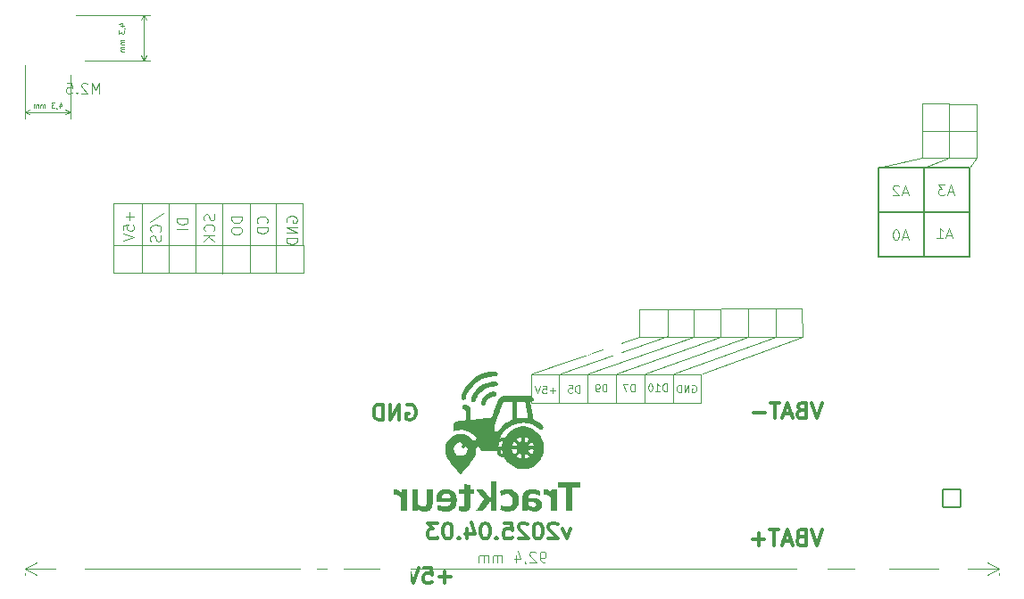
<source format=gbr>
G04 #@! TF.GenerationSoftware,KiCad,Pcbnew,7.0.11+dfsg-1build4*
G04 #@! TF.CreationDate,2025-04-23T22:41:42-04:00*
G04 #@! TF.ProjectId,trackteur_arduino_V1,74726163-6b74-4657-9572-5f6172647569,rev?*
G04 #@! TF.SameCoordinates,Original*
G04 #@! TF.FileFunction,Legend,Bot*
G04 #@! TF.FilePolarity,Positive*
%FSLAX46Y46*%
G04 Gerber Fmt 4.6, Leading zero omitted, Abs format (unit mm)*
G04 Created by KiCad (PCBNEW 7.0.11+dfsg-1build4) date 2025-04-23 22:41:42*
%MOMM*%
%LPD*%
G01*
G04 APERTURE LIST*
G04 Aperture macros list*
%AMRoundRect*
0 Rectangle with rounded corners*
0 $1 Rounding radius*
0 $2 $3 $4 $5 $6 $7 $8 $9 X,Y pos of 4 corners*
0 Add a 4 corners polygon primitive as box body*
4,1,4,$2,$3,$4,$5,$6,$7,$8,$9,$2,$3,0*
0 Add four circle primitives for the rounded corners*
1,1,$1+$1,$2,$3*
1,1,$1+$1,$4,$5*
1,1,$1+$1,$6,$7*
1,1,$1+$1,$8,$9*
0 Add four rect primitives between the rounded corners*
20,1,$1+$1,$2,$3,$4,$5,0*
20,1,$1+$1,$4,$5,$6,$7,0*
20,1,$1+$1,$6,$7,$8,$9,0*
20,1,$1+$1,$8,$9,$2,$3,0*%
G04 Aperture macros list end*
%ADD10C,0.100000*%
%ADD11C,0.200000*%
%ADD12C,0.300000*%
%ADD13R,1.700000X1.700000*%
%ADD14R,1.600000X1.600000*%
%ADD15O,1.600000X1.600000*%
%ADD16R,2.000000X1.905000*%
%ADD17O,2.000000X1.905000*%
%ADD18R,3.200000X3.200000*%
%ADD19O,3.200000X3.200000*%
%ADD20C,2.700000*%
%ADD21O,1.700000X1.700000*%
%ADD22C,1.600000*%
%ADD23R,2.400000X2.400000*%
%ADD24O,2.400000X2.400000*%
%ADD25RoundRect,0.102000X0.825000X-0.825000X0.825000X0.825000X-0.825000X0.825000X-0.825000X-0.825000X0*%
%ADD26C,1.854000*%
%ADD27R,1.500000X1.050000*%
%ADD28O,1.500000X1.050000*%
%ADD29R,3.000000X3.000000*%
G04 APERTURE END LIST*
D10*
X230478800Y-68207600D02*
X215086400Y-68309200D01*
X230529600Y-70900000D02*
X230478800Y-68207600D01*
X225348000Y-68258400D02*
X225348000Y-70900000D01*
X241858800Y-53898800D02*
X241858800Y-48717200D01*
X241858800Y-53898800D02*
X237744000Y-54813200D01*
X204776600Y-74456800D02*
X207469000Y-74456800D01*
X207469000Y-77200000D01*
X204776600Y-77200000D01*
X204776600Y-74456800D01*
X217728000Y-70849200D02*
X207568000Y-74405200D01*
X221030000Y-74405200D02*
X230529600Y-70900000D01*
D11*
X237744000Y-54813200D02*
X246380000Y-54813200D01*
X246380000Y-63246000D01*
X237744000Y-63246000D01*
X237744000Y-54813200D01*
D10*
X227989600Y-70900000D02*
X218337600Y-74405200D01*
X178110800Y-64842000D02*
X178110800Y-58238000D01*
X220217200Y-70900000D02*
X210260400Y-74405200D01*
X215035600Y-70900000D02*
X204875600Y-74405200D01*
D11*
X242062000Y-54813200D02*
X246380000Y-54813200D01*
X246380000Y-59029600D01*
X242062000Y-59029600D01*
X242062000Y-54813200D01*
D10*
X217728000Y-68258400D02*
X217728000Y-70849200D01*
X215086400Y-68309200D02*
X215035600Y-70900000D01*
X227989600Y-68207600D02*
X227989600Y-70900000D01*
X215546200Y-74456800D02*
X218238600Y-74456800D01*
X218238600Y-77200000D01*
X215546200Y-77200000D01*
X215546200Y-74456800D01*
X244475000Y-48742600D02*
X244449600Y-53898800D01*
X241858800Y-51308000D02*
X247065800Y-51333400D01*
X220217200Y-68258400D02*
X220217200Y-70900000D01*
X175520000Y-64892800D02*
X175520000Y-58288800D01*
X247040400Y-53898800D02*
X246380000Y-54813200D01*
X247040400Y-53898800D02*
X241858800Y-53898800D01*
X180600000Y-64791200D02*
X180600000Y-58187200D01*
X247091200Y-48768000D02*
X247040400Y-53898800D01*
X241858800Y-48717200D02*
X247091200Y-48768000D01*
X167900000Y-64791200D02*
X167900000Y-58187200D01*
X222782600Y-70900000D02*
X212952800Y-74405200D01*
X222782600Y-68258400D02*
X222782600Y-70900000D01*
X207469000Y-74456800D02*
X210161400Y-74456800D01*
X210161400Y-77200000D01*
X207469000Y-77200000D01*
X207469000Y-74456800D01*
X218238600Y-74456800D02*
X220931000Y-74456800D01*
X220931000Y-77200000D01*
X218238600Y-77200000D01*
X218238600Y-74456800D01*
X170440000Y-64791200D02*
X170440000Y-58187200D01*
X165156800Y-62149600D02*
X183190800Y-62149600D01*
X183190800Y-64842000D01*
X165156800Y-64842000D01*
X165156800Y-62149600D01*
X212853800Y-74456800D02*
X215546200Y-74456800D01*
X215546200Y-77200000D01*
X212853800Y-77200000D01*
X212853800Y-74456800D01*
X242062000Y-54813200D02*
X244449600Y-53898800D01*
X225348000Y-70900000D02*
X215645200Y-74405200D01*
X215035600Y-70900000D02*
X230529600Y-70900000D01*
X165156800Y-58238000D02*
X183140000Y-58238000D01*
X183140000Y-62149600D01*
X165156800Y-62149600D01*
X165156800Y-58238000D01*
X172980000Y-64842000D02*
X172980000Y-58238000D01*
X210161400Y-74456800D02*
X212853800Y-74456800D01*
X212853800Y-77200000D01*
X210161400Y-77200000D01*
X210161400Y-74456800D01*
D11*
X237744000Y-59029600D02*
X242062000Y-59029600D01*
X242062000Y-63246000D01*
X237744000Y-63246000D01*
X237744000Y-59029600D01*
D10*
X220077877Y-75477266D02*
X220144544Y-75443933D01*
X220144544Y-75443933D02*
X220244544Y-75443933D01*
X220244544Y-75443933D02*
X220344544Y-75477266D01*
X220344544Y-75477266D02*
X220411211Y-75543933D01*
X220411211Y-75543933D02*
X220444544Y-75610600D01*
X220444544Y-75610600D02*
X220477877Y-75743933D01*
X220477877Y-75743933D02*
X220477877Y-75843933D01*
X220477877Y-75843933D02*
X220444544Y-75977266D01*
X220444544Y-75977266D02*
X220411211Y-76043933D01*
X220411211Y-76043933D02*
X220344544Y-76110600D01*
X220344544Y-76110600D02*
X220244544Y-76143933D01*
X220244544Y-76143933D02*
X220177877Y-76143933D01*
X220177877Y-76143933D02*
X220077877Y-76110600D01*
X220077877Y-76110600D02*
X220044544Y-76077266D01*
X220044544Y-76077266D02*
X220044544Y-75843933D01*
X220044544Y-75843933D02*
X220177877Y-75843933D01*
X219744544Y-76143933D02*
X219744544Y-75443933D01*
X219744544Y-75443933D02*
X219344544Y-76143933D01*
X219344544Y-76143933D02*
X219344544Y-75443933D01*
X219011211Y-76143933D02*
X219011211Y-75443933D01*
X219011211Y-75443933D02*
X218844544Y-75443933D01*
X218844544Y-75443933D02*
X218744544Y-75477266D01*
X218744544Y-75477266D02*
X218677878Y-75543933D01*
X218677878Y-75543933D02*
X218644544Y-75610600D01*
X218644544Y-75610600D02*
X218611211Y-75743933D01*
X218611211Y-75743933D02*
X218611211Y-75843933D01*
X218611211Y-75843933D02*
X218644544Y-75977266D01*
X218644544Y-75977266D02*
X218677878Y-76043933D01*
X218677878Y-76043933D02*
X218744544Y-76110600D01*
X218744544Y-76110600D02*
X218844544Y-76143933D01*
X218844544Y-76143933D02*
X219011211Y-76143933D01*
X240535734Y-61410304D02*
X240059544Y-61410304D01*
X240630972Y-61696019D02*
X240297639Y-60696019D01*
X240297639Y-60696019D02*
X239964306Y-61696019D01*
X239440496Y-60696019D02*
X239345258Y-60696019D01*
X239345258Y-60696019D02*
X239250020Y-60743638D01*
X239250020Y-60743638D02*
X239202401Y-60791257D01*
X239202401Y-60791257D02*
X239154782Y-60886495D01*
X239154782Y-60886495D02*
X239107163Y-61076971D01*
X239107163Y-61076971D02*
X239107163Y-61315066D01*
X239107163Y-61315066D02*
X239154782Y-61505542D01*
X239154782Y-61505542D02*
X239202401Y-61600780D01*
X239202401Y-61600780D02*
X239250020Y-61648400D01*
X239250020Y-61648400D02*
X239345258Y-61696019D01*
X239345258Y-61696019D02*
X239440496Y-61696019D01*
X239440496Y-61696019D02*
X239535734Y-61648400D01*
X239535734Y-61648400D02*
X239583353Y-61600780D01*
X239583353Y-61600780D02*
X239630972Y-61505542D01*
X239630972Y-61505542D02*
X239678591Y-61315066D01*
X239678591Y-61315066D02*
X239678591Y-61076971D01*
X239678591Y-61076971D02*
X239630972Y-60886495D01*
X239630972Y-60886495D02*
X239583353Y-60791257D01*
X239583353Y-60791257D02*
X239535734Y-60743638D01*
X239535734Y-60743638D02*
X239440496Y-60696019D01*
X177373619Y-59507084D02*
X176373619Y-59507084D01*
X176373619Y-59507084D02*
X176373619Y-59745179D01*
X176373619Y-59745179D02*
X176421238Y-59888036D01*
X176421238Y-59888036D02*
X176516476Y-59983274D01*
X176516476Y-59983274D02*
X176611714Y-60030893D01*
X176611714Y-60030893D02*
X176802190Y-60078512D01*
X176802190Y-60078512D02*
X176945047Y-60078512D01*
X176945047Y-60078512D02*
X177135523Y-60030893D01*
X177135523Y-60030893D02*
X177230761Y-59983274D01*
X177230761Y-59983274D02*
X177326000Y-59888036D01*
X177326000Y-59888036D02*
X177373619Y-59745179D01*
X177373619Y-59745179D02*
X177373619Y-59507084D01*
X176373619Y-60697560D02*
X176373619Y-60888036D01*
X176373619Y-60888036D02*
X176421238Y-60983274D01*
X176421238Y-60983274D02*
X176516476Y-61078512D01*
X176516476Y-61078512D02*
X176706952Y-61126131D01*
X176706952Y-61126131D02*
X177040285Y-61126131D01*
X177040285Y-61126131D02*
X177230761Y-61078512D01*
X177230761Y-61078512D02*
X177326000Y-60983274D01*
X177326000Y-60983274D02*
X177373619Y-60888036D01*
X177373619Y-60888036D02*
X177373619Y-60697560D01*
X177373619Y-60697560D02*
X177326000Y-60602322D01*
X177326000Y-60602322D02*
X177230761Y-60507084D01*
X177230761Y-60507084D02*
X177040285Y-60459465D01*
X177040285Y-60459465D02*
X176706952Y-60459465D01*
X176706952Y-60459465D02*
X176516476Y-60507084D01*
X176516476Y-60507084D02*
X176421238Y-60602322D01*
X176421238Y-60602322D02*
X176373619Y-60697560D01*
X244701334Y-61257904D02*
X244225144Y-61257904D01*
X244796572Y-61543619D02*
X244463239Y-60543619D01*
X244463239Y-60543619D02*
X244129906Y-61543619D01*
X243272763Y-61543619D02*
X243844191Y-61543619D01*
X243558477Y-61543619D02*
X243558477Y-60543619D01*
X243558477Y-60543619D02*
X243653715Y-60686476D01*
X243653715Y-60686476D02*
X243748953Y-60781714D01*
X243748953Y-60781714D02*
X243844191Y-60829333D01*
D12*
X193020574Y-77366257D02*
X193163432Y-77294828D01*
X193163432Y-77294828D02*
X193377717Y-77294828D01*
X193377717Y-77294828D02*
X193592003Y-77366257D01*
X193592003Y-77366257D02*
X193734860Y-77509114D01*
X193734860Y-77509114D02*
X193806289Y-77651971D01*
X193806289Y-77651971D02*
X193877717Y-77937685D01*
X193877717Y-77937685D02*
X193877717Y-78151971D01*
X193877717Y-78151971D02*
X193806289Y-78437685D01*
X193806289Y-78437685D02*
X193734860Y-78580542D01*
X193734860Y-78580542D02*
X193592003Y-78723400D01*
X193592003Y-78723400D02*
X193377717Y-78794828D01*
X193377717Y-78794828D02*
X193234860Y-78794828D01*
X193234860Y-78794828D02*
X193020574Y-78723400D01*
X193020574Y-78723400D02*
X192949146Y-78651971D01*
X192949146Y-78651971D02*
X192949146Y-78151971D01*
X192949146Y-78151971D02*
X193234860Y-78151971D01*
X192306289Y-78794828D02*
X192306289Y-77294828D01*
X192306289Y-77294828D02*
X191449146Y-78794828D01*
X191449146Y-78794828D02*
X191449146Y-77294828D01*
X190734860Y-78794828D02*
X190734860Y-77294828D01*
X190734860Y-77294828D02*
X190377717Y-77294828D01*
X190377717Y-77294828D02*
X190163431Y-77366257D01*
X190163431Y-77366257D02*
X190020574Y-77509114D01*
X190020574Y-77509114D02*
X189949145Y-77651971D01*
X189949145Y-77651971D02*
X189877717Y-77937685D01*
X189877717Y-77937685D02*
X189877717Y-78151971D01*
X189877717Y-78151971D02*
X189949145Y-78437685D01*
X189949145Y-78437685D02*
X190020574Y-78580542D01*
X190020574Y-78580542D02*
X190163431Y-78723400D01*
X190163431Y-78723400D02*
X190377717Y-78794828D01*
X190377717Y-78794828D02*
X190734860Y-78794828D01*
D10*
X163816115Y-47772419D02*
X163816115Y-46772419D01*
X163816115Y-46772419D02*
X163482782Y-47486704D01*
X163482782Y-47486704D02*
X163149449Y-46772419D01*
X163149449Y-46772419D02*
X163149449Y-47772419D01*
X162720877Y-46867657D02*
X162673258Y-46820038D01*
X162673258Y-46820038D02*
X162578020Y-46772419D01*
X162578020Y-46772419D02*
X162339925Y-46772419D01*
X162339925Y-46772419D02*
X162244687Y-46820038D01*
X162244687Y-46820038D02*
X162197068Y-46867657D01*
X162197068Y-46867657D02*
X162149449Y-46962895D01*
X162149449Y-46962895D02*
X162149449Y-47058133D01*
X162149449Y-47058133D02*
X162197068Y-47200990D01*
X162197068Y-47200990D02*
X162768496Y-47772419D01*
X162768496Y-47772419D02*
X162149449Y-47772419D01*
X161720877Y-47677180D02*
X161673258Y-47724800D01*
X161673258Y-47724800D02*
X161720877Y-47772419D01*
X161720877Y-47772419D02*
X161768496Y-47724800D01*
X161768496Y-47724800D02*
X161720877Y-47677180D01*
X161720877Y-47677180D02*
X161720877Y-47772419D01*
X160768497Y-46772419D02*
X161244687Y-46772419D01*
X161244687Y-46772419D02*
X161292306Y-47248609D01*
X161292306Y-47248609D02*
X161244687Y-47200990D01*
X161244687Y-47200990D02*
X161149449Y-47153371D01*
X161149449Y-47153371D02*
X160911354Y-47153371D01*
X160911354Y-47153371D02*
X160816116Y-47200990D01*
X160816116Y-47200990D02*
X160768497Y-47248609D01*
X160768497Y-47248609D02*
X160720878Y-47343847D01*
X160720878Y-47343847D02*
X160720878Y-47581942D01*
X160720878Y-47581942D02*
X160768497Y-47677180D01*
X160768497Y-47677180D02*
X160816116Y-47724800D01*
X160816116Y-47724800D02*
X160911354Y-47772419D01*
X160911354Y-47772419D02*
X161149449Y-47772419D01*
X161149449Y-47772419D02*
X161244687Y-47724800D01*
X161244687Y-47724800D02*
X161292306Y-47677180D01*
X166731066Y-59049884D02*
X166731066Y-59811789D01*
X167112019Y-59430836D02*
X166350114Y-59430836D01*
X166112019Y-60764169D02*
X166112019Y-60287979D01*
X166112019Y-60287979D02*
X166588209Y-60240360D01*
X166588209Y-60240360D02*
X166540590Y-60287979D01*
X166540590Y-60287979D02*
X166492971Y-60383217D01*
X166492971Y-60383217D02*
X166492971Y-60621312D01*
X166492971Y-60621312D02*
X166540590Y-60716550D01*
X166540590Y-60716550D02*
X166588209Y-60764169D01*
X166588209Y-60764169D02*
X166683447Y-60811788D01*
X166683447Y-60811788D02*
X166921542Y-60811788D01*
X166921542Y-60811788D02*
X167016780Y-60764169D01*
X167016780Y-60764169D02*
X167064400Y-60716550D01*
X167064400Y-60716550D02*
X167112019Y-60621312D01*
X167112019Y-60621312D02*
X167112019Y-60383217D01*
X167112019Y-60383217D02*
X167064400Y-60287979D01*
X167064400Y-60287979D02*
X167016780Y-60240360D01*
X166112019Y-61097503D02*
X167112019Y-61430836D01*
X167112019Y-61430836D02*
X166112019Y-61764169D01*
D12*
X232425374Y-77142428D02*
X231925374Y-78642428D01*
X231925374Y-78642428D02*
X231425374Y-77142428D01*
X230425375Y-77856714D02*
X230211089Y-77928142D01*
X230211089Y-77928142D02*
X230139660Y-77999571D01*
X230139660Y-77999571D02*
X230068232Y-78142428D01*
X230068232Y-78142428D02*
X230068232Y-78356714D01*
X230068232Y-78356714D02*
X230139660Y-78499571D01*
X230139660Y-78499571D02*
X230211089Y-78571000D01*
X230211089Y-78571000D02*
X230353946Y-78642428D01*
X230353946Y-78642428D02*
X230925375Y-78642428D01*
X230925375Y-78642428D02*
X230925375Y-77142428D01*
X230925375Y-77142428D02*
X230425375Y-77142428D01*
X230425375Y-77142428D02*
X230282518Y-77213857D01*
X230282518Y-77213857D02*
X230211089Y-77285285D01*
X230211089Y-77285285D02*
X230139660Y-77428142D01*
X230139660Y-77428142D02*
X230139660Y-77571000D01*
X230139660Y-77571000D02*
X230211089Y-77713857D01*
X230211089Y-77713857D02*
X230282518Y-77785285D01*
X230282518Y-77785285D02*
X230425375Y-77856714D01*
X230425375Y-77856714D02*
X230925375Y-77856714D01*
X229496803Y-78213857D02*
X228782518Y-78213857D01*
X229639660Y-78642428D02*
X229139660Y-77142428D01*
X229139660Y-77142428D02*
X228639660Y-78642428D01*
X228353946Y-77142428D02*
X227496804Y-77142428D01*
X227925375Y-78642428D02*
X227925375Y-77142428D01*
X226996804Y-78071000D02*
X225853947Y-78071000D01*
D10*
X240535734Y-57193904D02*
X240059544Y-57193904D01*
X240630972Y-57479619D02*
X240297639Y-56479619D01*
X240297639Y-56479619D02*
X239964306Y-57479619D01*
X239678591Y-56574857D02*
X239630972Y-56527238D01*
X239630972Y-56527238D02*
X239535734Y-56479619D01*
X239535734Y-56479619D02*
X239297639Y-56479619D01*
X239297639Y-56479619D02*
X239202401Y-56527238D01*
X239202401Y-56527238D02*
X239154782Y-56574857D01*
X239154782Y-56574857D02*
X239107163Y-56670095D01*
X239107163Y-56670095D02*
X239107163Y-56765333D01*
X239107163Y-56765333D02*
X239154782Y-56908190D01*
X239154782Y-56908190D02*
X239726210Y-57479619D01*
X239726210Y-57479619D02*
X239107163Y-57479619D01*
D12*
X232374574Y-89182028D02*
X231874574Y-90682028D01*
X231874574Y-90682028D02*
X231374574Y-89182028D01*
X230374575Y-89896314D02*
X230160289Y-89967742D01*
X230160289Y-89967742D02*
X230088860Y-90039171D01*
X230088860Y-90039171D02*
X230017432Y-90182028D01*
X230017432Y-90182028D02*
X230017432Y-90396314D01*
X230017432Y-90396314D02*
X230088860Y-90539171D01*
X230088860Y-90539171D02*
X230160289Y-90610600D01*
X230160289Y-90610600D02*
X230303146Y-90682028D01*
X230303146Y-90682028D02*
X230874575Y-90682028D01*
X230874575Y-90682028D02*
X230874575Y-89182028D01*
X230874575Y-89182028D02*
X230374575Y-89182028D01*
X230374575Y-89182028D02*
X230231718Y-89253457D01*
X230231718Y-89253457D02*
X230160289Y-89324885D01*
X230160289Y-89324885D02*
X230088860Y-89467742D01*
X230088860Y-89467742D02*
X230088860Y-89610600D01*
X230088860Y-89610600D02*
X230160289Y-89753457D01*
X230160289Y-89753457D02*
X230231718Y-89824885D01*
X230231718Y-89824885D02*
X230374575Y-89896314D01*
X230374575Y-89896314D02*
X230874575Y-89896314D01*
X229446003Y-90253457D02*
X228731718Y-90253457D01*
X229588860Y-90682028D02*
X229088860Y-89182028D01*
X229088860Y-89182028D02*
X228588860Y-90682028D01*
X228303146Y-89182028D02*
X227446004Y-89182028D01*
X227874575Y-90682028D02*
X227874575Y-89182028D01*
X226946004Y-90110600D02*
X225803147Y-90110600D01*
X226374575Y-90682028D02*
X226374575Y-89539171D01*
X208528746Y-89072428D02*
X208171603Y-90072428D01*
X208171603Y-90072428D02*
X207814460Y-89072428D01*
X207314460Y-88715285D02*
X207243032Y-88643857D01*
X207243032Y-88643857D02*
X207100175Y-88572428D01*
X207100175Y-88572428D02*
X206743032Y-88572428D01*
X206743032Y-88572428D02*
X206600175Y-88643857D01*
X206600175Y-88643857D02*
X206528746Y-88715285D01*
X206528746Y-88715285D02*
X206457317Y-88858142D01*
X206457317Y-88858142D02*
X206457317Y-89001000D01*
X206457317Y-89001000D02*
X206528746Y-89215285D01*
X206528746Y-89215285D02*
X207385889Y-90072428D01*
X207385889Y-90072428D02*
X206457317Y-90072428D01*
X205528746Y-88572428D02*
X205385889Y-88572428D01*
X205385889Y-88572428D02*
X205243032Y-88643857D01*
X205243032Y-88643857D02*
X205171604Y-88715285D01*
X205171604Y-88715285D02*
X205100175Y-88858142D01*
X205100175Y-88858142D02*
X205028746Y-89143857D01*
X205028746Y-89143857D02*
X205028746Y-89501000D01*
X205028746Y-89501000D02*
X205100175Y-89786714D01*
X205100175Y-89786714D02*
X205171604Y-89929571D01*
X205171604Y-89929571D02*
X205243032Y-90001000D01*
X205243032Y-90001000D02*
X205385889Y-90072428D01*
X205385889Y-90072428D02*
X205528746Y-90072428D01*
X205528746Y-90072428D02*
X205671604Y-90001000D01*
X205671604Y-90001000D02*
X205743032Y-89929571D01*
X205743032Y-89929571D02*
X205814461Y-89786714D01*
X205814461Y-89786714D02*
X205885889Y-89501000D01*
X205885889Y-89501000D02*
X205885889Y-89143857D01*
X205885889Y-89143857D02*
X205814461Y-88858142D01*
X205814461Y-88858142D02*
X205743032Y-88715285D01*
X205743032Y-88715285D02*
X205671604Y-88643857D01*
X205671604Y-88643857D02*
X205528746Y-88572428D01*
X204457318Y-88715285D02*
X204385890Y-88643857D01*
X204385890Y-88643857D02*
X204243033Y-88572428D01*
X204243033Y-88572428D02*
X203885890Y-88572428D01*
X203885890Y-88572428D02*
X203743033Y-88643857D01*
X203743033Y-88643857D02*
X203671604Y-88715285D01*
X203671604Y-88715285D02*
X203600175Y-88858142D01*
X203600175Y-88858142D02*
X203600175Y-89001000D01*
X203600175Y-89001000D02*
X203671604Y-89215285D01*
X203671604Y-89215285D02*
X204528747Y-90072428D01*
X204528747Y-90072428D02*
X203600175Y-90072428D01*
X202243033Y-88572428D02*
X202957319Y-88572428D01*
X202957319Y-88572428D02*
X203028747Y-89286714D01*
X203028747Y-89286714D02*
X202957319Y-89215285D01*
X202957319Y-89215285D02*
X202814462Y-89143857D01*
X202814462Y-89143857D02*
X202457319Y-89143857D01*
X202457319Y-89143857D02*
X202314462Y-89215285D01*
X202314462Y-89215285D02*
X202243033Y-89286714D01*
X202243033Y-89286714D02*
X202171604Y-89429571D01*
X202171604Y-89429571D02*
X202171604Y-89786714D01*
X202171604Y-89786714D02*
X202243033Y-89929571D01*
X202243033Y-89929571D02*
X202314462Y-90001000D01*
X202314462Y-90001000D02*
X202457319Y-90072428D01*
X202457319Y-90072428D02*
X202814462Y-90072428D01*
X202814462Y-90072428D02*
X202957319Y-90001000D01*
X202957319Y-90001000D02*
X203028747Y-89929571D01*
X201528748Y-89929571D02*
X201457319Y-90001000D01*
X201457319Y-90001000D02*
X201528748Y-90072428D01*
X201528748Y-90072428D02*
X201600176Y-90001000D01*
X201600176Y-90001000D02*
X201528748Y-89929571D01*
X201528748Y-89929571D02*
X201528748Y-90072428D01*
X200528747Y-88572428D02*
X200385890Y-88572428D01*
X200385890Y-88572428D02*
X200243033Y-88643857D01*
X200243033Y-88643857D02*
X200171605Y-88715285D01*
X200171605Y-88715285D02*
X200100176Y-88858142D01*
X200100176Y-88858142D02*
X200028747Y-89143857D01*
X200028747Y-89143857D02*
X200028747Y-89501000D01*
X200028747Y-89501000D02*
X200100176Y-89786714D01*
X200100176Y-89786714D02*
X200171605Y-89929571D01*
X200171605Y-89929571D02*
X200243033Y-90001000D01*
X200243033Y-90001000D02*
X200385890Y-90072428D01*
X200385890Y-90072428D02*
X200528747Y-90072428D01*
X200528747Y-90072428D02*
X200671605Y-90001000D01*
X200671605Y-90001000D02*
X200743033Y-89929571D01*
X200743033Y-89929571D02*
X200814462Y-89786714D01*
X200814462Y-89786714D02*
X200885890Y-89501000D01*
X200885890Y-89501000D02*
X200885890Y-89143857D01*
X200885890Y-89143857D02*
X200814462Y-88858142D01*
X200814462Y-88858142D02*
X200743033Y-88715285D01*
X200743033Y-88715285D02*
X200671605Y-88643857D01*
X200671605Y-88643857D02*
X200528747Y-88572428D01*
X198743034Y-89072428D02*
X198743034Y-90072428D01*
X199100176Y-88501000D02*
X199457319Y-89572428D01*
X199457319Y-89572428D02*
X198528748Y-89572428D01*
X197957320Y-89929571D02*
X197885891Y-90001000D01*
X197885891Y-90001000D02*
X197957320Y-90072428D01*
X197957320Y-90072428D02*
X198028748Y-90001000D01*
X198028748Y-90001000D02*
X197957320Y-89929571D01*
X197957320Y-89929571D02*
X197957320Y-90072428D01*
X196957319Y-88572428D02*
X196814462Y-88572428D01*
X196814462Y-88572428D02*
X196671605Y-88643857D01*
X196671605Y-88643857D02*
X196600177Y-88715285D01*
X196600177Y-88715285D02*
X196528748Y-88858142D01*
X196528748Y-88858142D02*
X196457319Y-89143857D01*
X196457319Y-89143857D02*
X196457319Y-89501000D01*
X196457319Y-89501000D02*
X196528748Y-89786714D01*
X196528748Y-89786714D02*
X196600177Y-89929571D01*
X196600177Y-89929571D02*
X196671605Y-90001000D01*
X196671605Y-90001000D02*
X196814462Y-90072428D01*
X196814462Y-90072428D02*
X196957319Y-90072428D01*
X196957319Y-90072428D02*
X197100177Y-90001000D01*
X197100177Y-90001000D02*
X197171605Y-89929571D01*
X197171605Y-89929571D02*
X197243034Y-89786714D01*
X197243034Y-89786714D02*
X197314462Y-89501000D01*
X197314462Y-89501000D02*
X197314462Y-89143857D01*
X197314462Y-89143857D02*
X197243034Y-88858142D01*
X197243034Y-88858142D02*
X197171605Y-88715285D01*
X197171605Y-88715285D02*
X197100177Y-88643857D01*
X197100177Y-88643857D02*
X196957319Y-88572428D01*
X195957320Y-88572428D02*
X195028748Y-88572428D01*
X195028748Y-88572428D02*
X195528748Y-89143857D01*
X195528748Y-89143857D02*
X195314463Y-89143857D01*
X195314463Y-89143857D02*
X195171606Y-89215285D01*
X195171606Y-89215285D02*
X195100177Y-89286714D01*
X195100177Y-89286714D02*
X195028748Y-89429571D01*
X195028748Y-89429571D02*
X195028748Y-89786714D01*
X195028748Y-89786714D02*
X195100177Y-89929571D01*
X195100177Y-89929571D02*
X195171606Y-90001000D01*
X195171606Y-90001000D02*
X195314463Y-90072428D01*
X195314463Y-90072428D02*
X195743034Y-90072428D01*
X195743034Y-90072428D02*
X195885891Y-90001000D01*
X195885891Y-90001000D02*
X195957320Y-89929571D01*
D10*
X217650544Y-76042333D02*
X217650544Y-75342333D01*
X217650544Y-75342333D02*
X217483877Y-75342333D01*
X217483877Y-75342333D02*
X217383877Y-75375666D01*
X217383877Y-75375666D02*
X217317211Y-75442333D01*
X217317211Y-75442333D02*
X217283877Y-75509000D01*
X217283877Y-75509000D02*
X217250544Y-75642333D01*
X217250544Y-75642333D02*
X217250544Y-75742333D01*
X217250544Y-75742333D02*
X217283877Y-75875666D01*
X217283877Y-75875666D02*
X217317211Y-75942333D01*
X217317211Y-75942333D02*
X217383877Y-76009000D01*
X217383877Y-76009000D02*
X217483877Y-76042333D01*
X217483877Y-76042333D02*
X217650544Y-76042333D01*
X216583877Y-76042333D02*
X216983877Y-76042333D01*
X216783877Y-76042333D02*
X216783877Y-75342333D01*
X216783877Y-75342333D02*
X216850544Y-75442333D01*
X216850544Y-75442333D02*
X216917211Y-75509000D01*
X216917211Y-75509000D02*
X216983877Y-75542333D01*
X216150544Y-75342333D02*
X216083877Y-75342333D01*
X216083877Y-75342333D02*
X216017210Y-75375666D01*
X216017210Y-75375666D02*
X215983877Y-75409000D01*
X215983877Y-75409000D02*
X215950544Y-75475666D01*
X215950544Y-75475666D02*
X215917210Y-75609000D01*
X215917210Y-75609000D02*
X215917210Y-75775666D01*
X215917210Y-75775666D02*
X215950544Y-75909000D01*
X215950544Y-75909000D02*
X215983877Y-75975666D01*
X215983877Y-75975666D02*
X216017210Y-76009000D01*
X216017210Y-76009000D02*
X216083877Y-76042333D01*
X216083877Y-76042333D02*
X216150544Y-76042333D01*
X216150544Y-76042333D02*
X216217210Y-76009000D01*
X216217210Y-76009000D02*
X216250544Y-75975666D01*
X216250544Y-75975666D02*
X216283877Y-75909000D01*
X216283877Y-75909000D02*
X216317210Y-75775666D01*
X216317210Y-75775666D02*
X216317210Y-75609000D01*
X216317210Y-75609000D02*
X216283877Y-75475666D01*
X216283877Y-75475666D02*
X216250544Y-75409000D01*
X216250544Y-75409000D02*
X216217210Y-75375666D01*
X216217210Y-75375666D02*
X216150544Y-75342333D01*
X207084144Y-75978866D02*
X206550811Y-75978866D01*
X206817477Y-76245533D02*
X206817477Y-75712200D01*
X205884144Y-75545533D02*
X206217477Y-75545533D01*
X206217477Y-75545533D02*
X206250810Y-75878866D01*
X206250810Y-75878866D02*
X206217477Y-75845533D01*
X206217477Y-75845533D02*
X206150810Y-75812200D01*
X206150810Y-75812200D02*
X205984144Y-75812200D01*
X205984144Y-75812200D02*
X205917477Y-75845533D01*
X205917477Y-75845533D02*
X205884144Y-75878866D01*
X205884144Y-75878866D02*
X205850810Y-75945533D01*
X205850810Y-75945533D02*
X205850810Y-76112200D01*
X205850810Y-76112200D02*
X205884144Y-76178866D01*
X205884144Y-76178866D02*
X205917477Y-76212200D01*
X205917477Y-76212200D02*
X205984144Y-76245533D01*
X205984144Y-76245533D02*
X206150810Y-76245533D01*
X206150810Y-76245533D02*
X206217477Y-76212200D01*
X206217477Y-76212200D02*
X206250810Y-76178866D01*
X205650810Y-75545533D02*
X205417477Y-76245533D01*
X205417477Y-76245533D02*
X205184143Y-75545533D01*
D12*
X197209889Y-93717400D02*
X196067032Y-93717400D01*
X196638460Y-94288828D02*
X196638460Y-93145971D01*
X194638460Y-92788828D02*
X195352746Y-92788828D01*
X195352746Y-92788828D02*
X195424174Y-93503114D01*
X195424174Y-93503114D02*
X195352746Y-93431685D01*
X195352746Y-93431685D02*
X195209889Y-93360257D01*
X195209889Y-93360257D02*
X194852746Y-93360257D01*
X194852746Y-93360257D02*
X194709889Y-93431685D01*
X194709889Y-93431685D02*
X194638460Y-93503114D01*
X194638460Y-93503114D02*
X194567031Y-93645971D01*
X194567031Y-93645971D02*
X194567031Y-94003114D01*
X194567031Y-94003114D02*
X194638460Y-94145971D01*
X194638460Y-94145971D02*
X194709889Y-94217400D01*
X194709889Y-94217400D02*
X194852746Y-94288828D01*
X194852746Y-94288828D02*
X195209889Y-94288828D01*
X195209889Y-94288828D02*
X195352746Y-94217400D01*
X195352746Y-94217400D02*
X195424174Y-94145971D01*
X194138460Y-92788828D02*
X193638460Y-94288828D01*
X193638460Y-94288828D02*
X193138460Y-92788828D01*
D10*
X214602544Y-76093133D02*
X214602544Y-75393133D01*
X214602544Y-75393133D02*
X214435877Y-75393133D01*
X214435877Y-75393133D02*
X214335877Y-75426466D01*
X214335877Y-75426466D02*
X214269211Y-75493133D01*
X214269211Y-75493133D02*
X214235877Y-75559800D01*
X214235877Y-75559800D02*
X214202544Y-75693133D01*
X214202544Y-75693133D02*
X214202544Y-75793133D01*
X214202544Y-75793133D02*
X214235877Y-75926466D01*
X214235877Y-75926466D02*
X214269211Y-75993133D01*
X214269211Y-75993133D02*
X214335877Y-76059800D01*
X214335877Y-76059800D02*
X214435877Y-76093133D01*
X214435877Y-76093133D02*
X214602544Y-76093133D01*
X213969211Y-75393133D02*
X213502544Y-75393133D01*
X213502544Y-75393133D02*
X213802544Y-76093133D01*
X172242819Y-59659484D02*
X171242819Y-59659484D01*
X171242819Y-59659484D02*
X171242819Y-59897579D01*
X171242819Y-59897579D02*
X171290438Y-60040436D01*
X171290438Y-60040436D02*
X171385676Y-60135674D01*
X171385676Y-60135674D02*
X171480914Y-60183293D01*
X171480914Y-60183293D02*
X171671390Y-60230912D01*
X171671390Y-60230912D02*
X171814247Y-60230912D01*
X171814247Y-60230912D02*
X172004723Y-60183293D01*
X172004723Y-60183293D02*
X172099961Y-60135674D01*
X172099961Y-60135674D02*
X172195200Y-60040436D01*
X172195200Y-60040436D02*
X172242819Y-59897579D01*
X172242819Y-59897579D02*
X172242819Y-59659484D01*
X172242819Y-60659484D02*
X171242819Y-60659484D01*
X211960944Y-76093133D02*
X211960944Y-75393133D01*
X211960944Y-75393133D02*
X211794277Y-75393133D01*
X211794277Y-75393133D02*
X211694277Y-75426466D01*
X211694277Y-75426466D02*
X211627611Y-75493133D01*
X211627611Y-75493133D02*
X211594277Y-75559800D01*
X211594277Y-75559800D02*
X211560944Y-75693133D01*
X211560944Y-75693133D02*
X211560944Y-75793133D01*
X211560944Y-75793133D02*
X211594277Y-75926466D01*
X211594277Y-75926466D02*
X211627611Y-75993133D01*
X211627611Y-75993133D02*
X211694277Y-76059800D01*
X211694277Y-76059800D02*
X211794277Y-76093133D01*
X211794277Y-76093133D02*
X211960944Y-76093133D01*
X211227611Y-76093133D02*
X211094277Y-76093133D01*
X211094277Y-76093133D02*
X211027611Y-76059800D01*
X211027611Y-76059800D02*
X210994277Y-76026466D01*
X210994277Y-76026466D02*
X210927611Y-75926466D01*
X210927611Y-75926466D02*
X210894277Y-75793133D01*
X210894277Y-75793133D02*
X210894277Y-75526466D01*
X210894277Y-75526466D02*
X210927611Y-75459800D01*
X210927611Y-75459800D02*
X210960944Y-75426466D01*
X210960944Y-75426466D02*
X211027611Y-75393133D01*
X211027611Y-75393133D02*
X211160944Y-75393133D01*
X211160944Y-75393133D02*
X211227611Y-75426466D01*
X211227611Y-75426466D02*
X211260944Y-75459800D01*
X211260944Y-75459800D02*
X211294277Y-75526466D01*
X211294277Y-75526466D02*
X211294277Y-75693133D01*
X211294277Y-75693133D02*
X211260944Y-75759800D01*
X211260944Y-75759800D02*
X211227611Y-75793133D01*
X211227611Y-75793133D02*
X211160944Y-75826466D01*
X211160944Y-75826466D02*
X211027611Y-75826466D01*
X211027611Y-75826466D02*
X210960944Y-75793133D01*
X210960944Y-75793133D02*
X210927611Y-75759800D01*
X210927611Y-75759800D02*
X210894277Y-75693133D01*
X179716780Y-60078512D02*
X179764400Y-60030893D01*
X179764400Y-60030893D02*
X179812019Y-59888036D01*
X179812019Y-59888036D02*
X179812019Y-59792798D01*
X179812019Y-59792798D02*
X179764400Y-59649941D01*
X179764400Y-59649941D02*
X179669161Y-59554703D01*
X179669161Y-59554703D02*
X179573923Y-59507084D01*
X179573923Y-59507084D02*
X179383447Y-59459465D01*
X179383447Y-59459465D02*
X179240590Y-59459465D01*
X179240590Y-59459465D02*
X179050114Y-59507084D01*
X179050114Y-59507084D02*
X178954876Y-59554703D01*
X178954876Y-59554703D02*
X178859638Y-59649941D01*
X178859638Y-59649941D02*
X178812019Y-59792798D01*
X178812019Y-59792798D02*
X178812019Y-59888036D01*
X178812019Y-59888036D02*
X178859638Y-60030893D01*
X178859638Y-60030893D02*
X178907257Y-60078512D01*
X179812019Y-60507084D02*
X178812019Y-60507084D01*
X178812019Y-60507084D02*
X178812019Y-60745179D01*
X178812019Y-60745179D02*
X178859638Y-60888036D01*
X178859638Y-60888036D02*
X178954876Y-60983274D01*
X178954876Y-60983274D02*
X179050114Y-61030893D01*
X179050114Y-61030893D02*
X179240590Y-61078512D01*
X179240590Y-61078512D02*
X179383447Y-61078512D01*
X179383447Y-61078512D02*
X179573923Y-61030893D01*
X179573923Y-61030893D02*
X179669161Y-60983274D01*
X179669161Y-60983274D02*
X179764400Y-60888036D01*
X179764400Y-60888036D02*
X179812019Y-60745179D01*
X179812019Y-60745179D02*
X179812019Y-60507084D01*
X168655200Y-59967369D02*
X169940914Y-59110227D01*
X169607580Y-60872131D02*
X169655200Y-60824512D01*
X169655200Y-60824512D02*
X169702819Y-60681655D01*
X169702819Y-60681655D02*
X169702819Y-60586417D01*
X169702819Y-60586417D02*
X169655200Y-60443560D01*
X169655200Y-60443560D02*
X169559961Y-60348322D01*
X169559961Y-60348322D02*
X169464723Y-60300703D01*
X169464723Y-60300703D02*
X169274247Y-60253084D01*
X169274247Y-60253084D02*
X169131390Y-60253084D01*
X169131390Y-60253084D02*
X168940914Y-60300703D01*
X168940914Y-60300703D02*
X168845676Y-60348322D01*
X168845676Y-60348322D02*
X168750438Y-60443560D01*
X168750438Y-60443560D02*
X168702819Y-60586417D01*
X168702819Y-60586417D02*
X168702819Y-60681655D01*
X168702819Y-60681655D02*
X168750438Y-60824512D01*
X168750438Y-60824512D02*
X168798057Y-60872131D01*
X169655200Y-61253084D02*
X169702819Y-61395941D01*
X169702819Y-61395941D02*
X169702819Y-61634036D01*
X169702819Y-61634036D02*
X169655200Y-61729274D01*
X169655200Y-61729274D02*
X169607580Y-61776893D01*
X169607580Y-61776893D02*
X169512342Y-61824512D01*
X169512342Y-61824512D02*
X169417104Y-61824512D01*
X169417104Y-61824512D02*
X169321866Y-61776893D01*
X169321866Y-61776893D02*
X169274247Y-61729274D01*
X169274247Y-61729274D02*
X169226628Y-61634036D01*
X169226628Y-61634036D02*
X169179009Y-61443560D01*
X169179009Y-61443560D02*
X169131390Y-61348322D01*
X169131390Y-61348322D02*
X169083771Y-61300703D01*
X169083771Y-61300703D02*
X168988533Y-61253084D01*
X168988533Y-61253084D02*
X168893295Y-61253084D01*
X168893295Y-61253084D02*
X168798057Y-61300703D01*
X168798057Y-61300703D02*
X168750438Y-61348322D01*
X168750438Y-61348322D02*
X168702819Y-61443560D01*
X168702819Y-61443560D02*
X168702819Y-61681655D01*
X168702819Y-61681655D02*
X168750438Y-61824512D01*
X174735200Y-59256265D02*
X174782819Y-59399122D01*
X174782819Y-59399122D02*
X174782819Y-59637217D01*
X174782819Y-59637217D02*
X174735200Y-59732455D01*
X174735200Y-59732455D02*
X174687580Y-59780074D01*
X174687580Y-59780074D02*
X174592342Y-59827693D01*
X174592342Y-59827693D02*
X174497104Y-59827693D01*
X174497104Y-59827693D02*
X174401866Y-59780074D01*
X174401866Y-59780074D02*
X174354247Y-59732455D01*
X174354247Y-59732455D02*
X174306628Y-59637217D01*
X174306628Y-59637217D02*
X174259009Y-59446741D01*
X174259009Y-59446741D02*
X174211390Y-59351503D01*
X174211390Y-59351503D02*
X174163771Y-59303884D01*
X174163771Y-59303884D02*
X174068533Y-59256265D01*
X174068533Y-59256265D02*
X173973295Y-59256265D01*
X173973295Y-59256265D02*
X173878057Y-59303884D01*
X173878057Y-59303884D02*
X173830438Y-59351503D01*
X173830438Y-59351503D02*
X173782819Y-59446741D01*
X173782819Y-59446741D02*
X173782819Y-59684836D01*
X173782819Y-59684836D02*
X173830438Y-59827693D01*
X174687580Y-60827693D02*
X174735200Y-60780074D01*
X174735200Y-60780074D02*
X174782819Y-60637217D01*
X174782819Y-60637217D02*
X174782819Y-60541979D01*
X174782819Y-60541979D02*
X174735200Y-60399122D01*
X174735200Y-60399122D02*
X174639961Y-60303884D01*
X174639961Y-60303884D02*
X174544723Y-60256265D01*
X174544723Y-60256265D02*
X174354247Y-60208646D01*
X174354247Y-60208646D02*
X174211390Y-60208646D01*
X174211390Y-60208646D02*
X174020914Y-60256265D01*
X174020914Y-60256265D02*
X173925676Y-60303884D01*
X173925676Y-60303884D02*
X173830438Y-60399122D01*
X173830438Y-60399122D02*
X173782819Y-60541979D01*
X173782819Y-60541979D02*
X173782819Y-60637217D01*
X173782819Y-60637217D02*
X173830438Y-60780074D01*
X173830438Y-60780074D02*
X173878057Y-60827693D01*
X174782819Y-61256265D02*
X173782819Y-61256265D01*
X174782819Y-61827693D02*
X174211390Y-61399122D01*
X173782819Y-61827693D02*
X174354247Y-61256265D01*
X244853734Y-57143104D02*
X244377544Y-57143104D01*
X244948972Y-57428819D02*
X244615639Y-56428819D01*
X244615639Y-56428819D02*
X244282306Y-57428819D01*
X244044210Y-56428819D02*
X243425163Y-56428819D01*
X243425163Y-56428819D02*
X243758496Y-56809771D01*
X243758496Y-56809771D02*
X243615639Y-56809771D01*
X243615639Y-56809771D02*
X243520401Y-56857390D01*
X243520401Y-56857390D02*
X243472782Y-56905009D01*
X243472782Y-56905009D02*
X243425163Y-57000247D01*
X243425163Y-57000247D02*
X243425163Y-57238342D01*
X243425163Y-57238342D02*
X243472782Y-57333580D01*
X243472782Y-57333580D02*
X243520401Y-57381200D01*
X243520401Y-57381200D02*
X243615639Y-57428819D01*
X243615639Y-57428819D02*
X243901353Y-57428819D01*
X243901353Y-57428819D02*
X243996591Y-57381200D01*
X243996591Y-57381200D02*
X244044210Y-57333580D01*
X181653638Y-59980093D02*
X181606019Y-59884855D01*
X181606019Y-59884855D02*
X181606019Y-59741998D01*
X181606019Y-59741998D02*
X181653638Y-59599141D01*
X181653638Y-59599141D02*
X181748876Y-59503903D01*
X181748876Y-59503903D02*
X181844114Y-59456284D01*
X181844114Y-59456284D02*
X182034590Y-59408665D01*
X182034590Y-59408665D02*
X182177447Y-59408665D01*
X182177447Y-59408665D02*
X182367923Y-59456284D01*
X182367923Y-59456284D02*
X182463161Y-59503903D01*
X182463161Y-59503903D02*
X182558400Y-59599141D01*
X182558400Y-59599141D02*
X182606019Y-59741998D01*
X182606019Y-59741998D02*
X182606019Y-59837236D01*
X182606019Y-59837236D02*
X182558400Y-59980093D01*
X182558400Y-59980093D02*
X182510780Y-60027712D01*
X182510780Y-60027712D02*
X182177447Y-60027712D01*
X182177447Y-60027712D02*
X182177447Y-59837236D01*
X182606019Y-60456284D02*
X181606019Y-60456284D01*
X181606019Y-60456284D02*
X182606019Y-61027712D01*
X182606019Y-61027712D02*
X181606019Y-61027712D01*
X182606019Y-61503903D02*
X181606019Y-61503903D01*
X181606019Y-61503903D02*
X181606019Y-61741998D01*
X181606019Y-61741998D02*
X181653638Y-61884855D01*
X181653638Y-61884855D02*
X181748876Y-61980093D01*
X181748876Y-61980093D02*
X181844114Y-62027712D01*
X181844114Y-62027712D02*
X182034590Y-62075331D01*
X182034590Y-62075331D02*
X182177447Y-62075331D01*
X182177447Y-62075331D02*
X182367923Y-62027712D01*
X182367923Y-62027712D02*
X182463161Y-61980093D01*
X182463161Y-61980093D02*
X182558400Y-61884855D01*
X182558400Y-61884855D02*
X182606019Y-61741998D01*
X182606019Y-61741998D02*
X182606019Y-61503903D01*
X209370144Y-76194733D02*
X209370144Y-75494733D01*
X209370144Y-75494733D02*
X209203477Y-75494733D01*
X209203477Y-75494733D02*
X209103477Y-75528066D01*
X209103477Y-75528066D02*
X209036811Y-75594733D01*
X209036811Y-75594733D02*
X209003477Y-75661400D01*
X209003477Y-75661400D02*
X208970144Y-75794733D01*
X208970144Y-75794733D02*
X208970144Y-75894733D01*
X208970144Y-75894733D02*
X209003477Y-76028066D01*
X209003477Y-76028066D02*
X209036811Y-76094733D01*
X209036811Y-76094733D02*
X209103477Y-76161400D01*
X209103477Y-76161400D02*
X209203477Y-76194733D01*
X209203477Y-76194733D02*
X209370144Y-76194733D01*
X208336811Y-75494733D02*
X208670144Y-75494733D01*
X208670144Y-75494733D02*
X208703477Y-75828066D01*
X208703477Y-75828066D02*
X208670144Y-75794733D01*
X208670144Y-75794733D02*
X208603477Y-75761400D01*
X208603477Y-75761400D02*
X208436811Y-75761400D01*
X208436811Y-75761400D02*
X208370144Y-75794733D01*
X208370144Y-75794733D02*
X208336811Y-75828066D01*
X208336811Y-75828066D02*
X208303477Y-75894733D01*
X208303477Y-75894733D02*
X208303477Y-76061400D01*
X208303477Y-76061400D02*
X208336811Y-76128066D01*
X208336811Y-76128066D02*
X208370144Y-76161400D01*
X208370144Y-76161400D02*
X208436811Y-76194733D01*
X208436811Y-76194733D02*
X208603477Y-76194733D01*
X208603477Y-76194733D02*
X208670144Y-76161400D01*
X208670144Y-76161400D02*
X208703477Y-76128066D01*
X160069046Y-48832776D02*
X160069046Y-49166109D01*
X160188094Y-48642300D02*
X160307141Y-48999442D01*
X160307141Y-48999442D02*
X159997618Y-48999442D01*
X159783332Y-49142300D02*
X159783332Y-49166109D01*
X159783332Y-49166109D02*
X159807142Y-49213728D01*
X159807142Y-49213728D02*
X159830951Y-49237538D01*
X159616666Y-48666109D02*
X159307142Y-48666109D01*
X159307142Y-48666109D02*
X159473809Y-48856585D01*
X159473809Y-48856585D02*
X159402380Y-48856585D01*
X159402380Y-48856585D02*
X159354761Y-48880395D01*
X159354761Y-48880395D02*
X159330952Y-48904204D01*
X159330952Y-48904204D02*
X159307142Y-48951823D01*
X159307142Y-48951823D02*
X159307142Y-49070871D01*
X159307142Y-49070871D02*
X159330952Y-49118490D01*
X159330952Y-49118490D02*
X159354761Y-49142300D01*
X159354761Y-49142300D02*
X159402380Y-49166109D01*
X159402380Y-49166109D02*
X159545237Y-49166109D01*
X159545237Y-49166109D02*
X159592856Y-49142300D01*
X159592856Y-49142300D02*
X159616666Y-49118490D01*
X158711905Y-49166109D02*
X158711905Y-48832776D01*
X158711905Y-48880395D02*
X158688095Y-48856585D01*
X158688095Y-48856585D02*
X158640476Y-48832776D01*
X158640476Y-48832776D02*
X158569048Y-48832776D01*
X158569048Y-48832776D02*
X158521429Y-48856585D01*
X158521429Y-48856585D02*
X158497619Y-48904204D01*
X158497619Y-48904204D02*
X158497619Y-49166109D01*
X158497619Y-48904204D02*
X158473810Y-48856585D01*
X158473810Y-48856585D02*
X158426191Y-48832776D01*
X158426191Y-48832776D02*
X158354762Y-48832776D01*
X158354762Y-48832776D02*
X158307143Y-48856585D01*
X158307143Y-48856585D02*
X158283333Y-48904204D01*
X158283333Y-48904204D02*
X158283333Y-49166109D01*
X158045238Y-49166109D02*
X158045238Y-48832776D01*
X158045238Y-48880395D02*
X158021428Y-48856585D01*
X158021428Y-48856585D02*
X157973809Y-48832776D01*
X157973809Y-48832776D02*
X157902381Y-48832776D01*
X157902381Y-48832776D02*
X157854762Y-48856585D01*
X157854762Y-48856585D02*
X157830952Y-48904204D01*
X157830952Y-48904204D02*
X157830952Y-49166109D01*
X157830952Y-48904204D02*
X157807143Y-48856585D01*
X157807143Y-48856585D02*
X157759524Y-48832776D01*
X157759524Y-48832776D02*
X157688095Y-48832776D01*
X157688095Y-48832776D02*
X157640476Y-48856585D01*
X157640476Y-48856585D02*
X157616666Y-48904204D01*
X157616666Y-48904204D02*
X157616666Y-49166109D01*
X161100000Y-45120000D02*
X161100000Y-50126420D01*
X156800000Y-45120000D02*
X156800000Y-50126420D01*
X161100000Y-49540000D02*
X156800000Y-49540000D01*
X161100000Y-49540000D02*
X156800000Y-49540000D01*
X161100000Y-49540000D02*
X160656495Y-49770874D01*
X161100000Y-49540000D02*
X160656495Y-49309126D01*
X156800000Y-49540000D02*
X157243505Y-49309126D01*
X156800000Y-49540000D02*
X157243505Y-49770874D01*
X165892776Y-41330953D02*
X166226109Y-41330953D01*
X165702300Y-41211905D02*
X166059442Y-41092858D01*
X166059442Y-41092858D02*
X166059442Y-41402381D01*
X166202300Y-41616667D02*
X166226109Y-41616667D01*
X166226109Y-41616667D02*
X166273728Y-41592857D01*
X166273728Y-41592857D02*
X166297538Y-41569048D01*
X165726109Y-41783333D02*
X165726109Y-42092857D01*
X165726109Y-42092857D02*
X165916585Y-41926190D01*
X165916585Y-41926190D02*
X165916585Y-41997619D01*
X165916585Y-41997619D02*
X165940395Y-42045238D01*
X165940395Y-42045238D02*
X165964204Y-42069047D01*
X165964204Y-42069047D02*
X166011823Y-42092857D01*
X166011823Y-42092857D02*
X166130871Y-42092857D01*
X166130871Y-42092857D02*
X166178490Y-42069047D01*
X166178490Y-42069047D02*
X166202300Y-42045238D01*
X166202300Y-42045238D02*
X166226109Y-41997619D01*
X166226109Y-41997619D02*
X166226109Y-41854762D01*
X166226109Y-41854762D02*
X166202300Y-41807143D01*
X166202300Y-41807143D02*
X166178490Y-41783333D01*
X166226109Y-42688094D02*
X165892776Y-42688094D01*
X165940395Y-42688094D02*
X165916585Y-42711904D01*
X165916585Y-42711904D02*
X165892776Y-42759523D01*
X165892776Y-42759523D02*
X165892776Y-42830951D01*
X165892776Y-42830951D02*
X165916585Y-42878570D01*
X165916585Y-42878570D02*
X165964204Y-42902380D01*
X165964204Y-42902380D02*
X166226109Y-42902380D01*
X165964204Y-42902380D02*
X165916585Y-42926189D01*
X165916585Y-42926189D02*
X165892776Y-42973808D01*
X165892776Y-42973808D02*
X165892776Y-43045237D01*
X165892776Y-43045237D02*
X165916585Y-43092856D01*
X165916585Y-43092856D02*
X165964204Y-43116666D01*
X165964204Y-43116666D02*
X166226109Y-43116666D01*
X166226109Y-43354761D02*
X165892776Y-43354761D01*
X165940395Y-43354761D02*
X165916585Y-43378571D01*
X165916585Y-43378571D02*
X165892776Y-43426190D01*
X165892776Y-43426190D02*
X165892776Y-43497618D01*
X165892776Y-43497618D02*
X165916585Y-43545237D01*
X165916585Y-43545237D02*
X165964204Y-43569047D01*
X165964204Y-43569047D02*
X166226109Y-43569047D01*
X165964204Y-43569047D02*
X165916585Y-43592856D01*
X165916585Y-43592856D02*
X165892776Y-43640475D01*
X165892776Y-43640475D02*
X165892776Y-43711904D01*
X165892776Y-43711904D02*
X165916585Y-43759523D01*
X165916585Y-43759523D02*
X165964204Y-43783333D01*
X165964204Y-43783333D02*
X166226109Y-43783333D01*
X161600000Y-44620000D02*
X168636420Y-44620000D01*
X161600000Y-40320000D02*
X168636420Y-40320000D01*
X168050000Y-44620000D02*
X168050000Y-40320000D01*
X168050000Y-44620000D02*
X168050000Y-40320000D01*
X168050000Y-44620000D02*
X167819126Y-44176495D01*
X168050000Y-44620000D02*
X168280874Y-44176495D01*
X168050000Y-40320000D02*
X168280874Y-40763505D01*
X168050000Y-40320000D02*
X167819126Y-40763505D01*
X206095237Y-92287419D02*
X205904761Y-92287419D01*
X205904761Y-92287419D02*
X205809523Y-92239800D01*
X205809523Y-92239800D02*
X205761904Y-92192180D01*
X205761904Y-92192180D02*
X205666666Y-92049323D01*
X205666666Y-92049323D02*
X205619047Y-91858847D01*
X205619047Y-91858847D02*
X205619047Y-91477895D01*
X205619047Y-91477895D02*
X205666666Y-91382657D01*
X205666666Y-91382657D02*
X205714285Y-91335038D01*
X205714285Y-91335038D02*
X205809523Y-91287419D01*
X205809523Y-91287419D02*
X205999999Y-91287419D01*
X205999999Y-91287419D02*
X206095237Y-91335038D01*
X206095237Y-91335038D02*
X206142856Y-91382657D01*
X206142856Y-91382657D02*
X206190475Y-91477895D01*
X206190475Y-91477895D02*
X206190475Y-91715990D01*
X206190475Y-91715990D02*
X206142856Y-91811228D01*
X206142856Y-91811228D02*
X206095237Y-91858847D01*
X206095237Y-91858847D02*
X205999999Y-91906466D01*
X205999999Y-91906466D02*
X205809523Y-91906466D01*
X205809523Y-91906466D02*
X205714285Y-91858847D01*
X205714285Y-91858847D02*
X205666666Y-91811228D01*
X205666666Y-91811228D02*
X205619047Y-91715990D01*
X205238094Y-91382657D02*
X205190475Y-91335038D01*
X205190475Y-91335038D02*
X205095237Y-91287419D01*
X205095237Y-91287419D02*
X204857142Y-91287419D01*
X204857142Y-91287419D02*
X204761904Y-91335038D01*
X204761904Y-91335038D02*
X204714285Y-91382657D01*
X204714285Y-91382657D02*
X204666666Y-91477895D01*
X204666666Y-91477895D02*
X204666666Y-91573133D01*
X204666666Y-91573133D02*
X204714285Y-91715990D01*
X204714285Y-91715990D02*
X205285713Y-92287419D01*
X205285713Y-92287419D02*
X204666666Y-92287419D01*
X204190475Y-92239800D02*
X204190475Y-92287419D01*
X204190475Y-92287419D02*
X204238094Y-92382657D01*
X204238094Y-92382657D02*
X204285713Y-92430276D01*
X203333333Y-91620752D02*
X203333333Y-92287419D01*
X203571428Y-91239800D02*
X203809523Y-91954085D01*
X203809523Y-91954085D02*
X203190476Y-91954085D01*
X202047618Y-92287419D02*
X202047618Y-91620752D01*
X202047618Y-91715990D02*
X201999999Y-91668371D01*
X201999999Y-91668371D02*
X201904761Y-91620752D01*
X201904761Y-91620752D02*
X201761904Y-91620752D01*
X201761904Y-91620752D02*
X201666666Y-91668371D01*
X201666666Y-91668371D02*
X201619047Y-91763609D01*
X201619047Y-91763609D02*
X201619047Y-92287419D01*
X201619047Y-91763609D02*
X201571428Y-91668371D01*
X201571428Y-91668371D02*
X201476190Y-91620752D01*
X201476190Y-91620752D02*
X201333333Y-91620752D01*
X201333333Y-91620752D02*
X201238094Y-91668371D01*
X201238094Y-91668371D02*
X201190475Y-91763609D01*
X201190475Y-91763609D02*
X201190475Y-92287419D01*
X200714285Y-92287419D02*
X200714285Y-91620752D01*
X200714285Y-91715990D02*
X200666666Y-91668371D01*
X200666666Y-91668371D02*
X200571428Y-91620752D01*
X200571428Y-91620752D02*
X200428571Y-91620752D01*
X200428571Y-91620752D02*
X200333333Y-91668371D01*
X200333333Y-91668371D02*
X200285714Y-91763609D01*
X200285714Y-91763609D02*
X200285714Y-92287419D01*
X200285714Y-91763609D02*
X200238095Y-91668371D01*
X200238095Y-91668371D02*
X200142857Y-91620752D01*
X200142857Y-91620752D02*
X200000000Y-91620752D01*
X200000000Y-91620752D02*
X199904761Y-91668371D01*
X199904761Y-91668371D02*
X199857142Y-91763609D01*
X199857142Y-91763609D02*
X199857142Y-92287419D01*
X249200000Y-93300000D02*
X249200000Y-93516420D01*
X156800000Y-93300000D02*
X156800000Y-93516420D01*
X249200000Y-92930000D02*
X156800000Y-92930000D01*
X249200000Y-92930000D02*
X156800000Y-92930000D01*
X249200000Y-92930000D02*
X248073496Y-93516421D01*
X249200000Y-92930000D02*
X248073496Y-92343579D01*
X156800000Y-92930000D02*
X157926504Y-92343579D01*
X156800000Y-92930000D02*
X157926504Y-93516421D01*
D12*
X201840699Y-80709967D02*
X201983557Y-80638538D01*
X201983557Y-80638538D02*
X202197842Y-80638538D01*
X202197842Y-80638538D02*
X202412128Y-80709967D01*
X202412128Y-80709967D02*
X202554985Y-80852824D01*
X202554985Y-80852824D02*
X202626414Y-80995681D01*
X202626414Y-80995681D02*
X202697842Y-81281395D01*
X202697842Y-81281395D02*
X202697842Y-81495681D01*
X202697842Y-81495681D02*
X202626414Y-81781395D01*
X202626414Y-81781395D02*
X202554985Y-81924252D01*
X202554985Y-81924252D02*
X202412128Y-82067110D01*
X202412128Y-82067110D02*
X202197842Y-82138538D01*
X202197842Y-82138538D02*
X202054985Y-82138538D01*
X202054985Y-82138538D02*
X201840699Y-82067110D01*
X201840699Y-82067110D02*
X201769271Y-81995681D01*
X201769271Y-81995681D02*
X201769271Y-81495681D01*
X201769271Y-81495681D02*
X202054985Y-81495681D01*
X200912128Y-80638538D02*
X200912128Y-80995681D01*
X201269271Y-80852824D02*
X200912128Y-80995681D01*
X200912128Y-80995681D02*
X200554985Y-80852824D01*
X201126414Y-81281395D02*
X200912128Y-80995681D01*
X200912128Y-80995681D02*
X200697842Y-81281395D01*
X199769271Y-80638538D02*
X199769271Y-80995681D01*
X200126414Y-80852824D02*
X199769271Y-80995681D01*
X199769271Y-80995681D02*
X199412128Y-80852824D01*
X199983557Y-81281395D02*
X199769271Y-80995681D01*
X199769271Y-80995681D02*
X199554985Y-81281395D01*
X198626414Y-80638538D02*
X198626414Y-80995681D01*
X198983557Y-80852824D02*
X198626414Y-80995681D01*
X198626414Y-80995681D02*
X198269271Y-80852824D01*
X198840700Y-81281395D02*
X198626414Y-80995681D01*
X198626414Y-80995681D02*
X198412128Y-81281395D01*
G36*
X209470029Y-84775841D02*
G01*
X209471508Y-84785749D01*
X209474423Y-84848480D01*
X209472374Y-84934532D01*
X209465631Y-85028337D01*
X209447952Y-85210041D01*
X209077267Y-85215921D01*
X208706581Y-85221801D01*
X208706581Y-86327977D01*
X208706581Y-87434153D01*
X208416480Y-87434153D01*
X208126378Y-87434153D01*
X208126378Y-86327469D01*
X208126378Y-85220786D01*
X207761065Y-85220786D01*
X207395752Y-85220786D01*
X207395752Y-84962918D01*
X207395752Y-84705050D01*
X208426251Y-84705050D01*
X209456749Y-84705050D01*
X209470029Y-84775841D01*
G37*
G36*
X201367342Y-76088634D02*
G01*
X201444489Y-76110086D01*
X201455300Y-76116864D01*
X201502156Y-76169051D01*
X201537037Y-76242118D01*
X201550663Y-76317900D01*
X201546762Y-76344333D01*
X201529626Y-76397583D01*
X201504925Y-76454148D01*
X201479385Y-76499228D01*
X201459731Y-76518022D01*
X201452874Y-76519227D01*
X201412685Y-76527172D01*
X201345059Y-76540888D01*
X201259627Y-76558431D01*
X201212379Y-76568888D01*
X201007614Y-76634243D01*
X200835673Y-76726265D01*
X200694698Y-76846466D01*
X200582832Y-76996356D01*
X200498216Y-77177445D01*
X200475609Y-77235395D01*
X200435334Y-77312580D01*
X200391079Y-77359488D01*
X200336615Y-77384088D01*
X200270987Y-77389266D01*
X200189536Y-77368720D01*
X200117526Y-77325256D01*
X200066129Y-77266032D01*
X200046514Y-77198205D01*
X200047354Y-77181072D01*
X200062077Y-77101761D01*
X200091974Y-77001065D01*
X200132905Y-76891692D01*
X200180726Y-76786352D01*
X200190526Y-76767746D01*
X200270009Y-76648892D01*
X200376901Y-76525785D01*
X200500564Y-76408659D01*
X200630360Y-76307748D01*
X200755651Y-76233286D01*
X200849700Y-76191519D01*
X200994311Y-76140383D01*
X201134174Y-76105227D01*
X201261210Y-76087496D01*
X201367342Y-76088634D01*
G37*
G36*
X206159927Y-85371214D02*
G01*
X206279260Y-85380026D01*
X206378830Y-85409549D01*
X206471828Y-85465592D01*
X206571449Y-85553963D01*
X206703406Y-85684866D01*
X206717865Y-85538131D01*
X206732324Y-85391397D01*
X206994199Y-85397419D01*
X207256074Y-85403442D01*
X207261674Y-86391936D01*
X207262499Y-86566219D01*
X207263010Y-86758146D01*
X207263053Y-86933475D01*
X207262650Y-87087812D01*
X207261821Y-87216758D01*
X207260585Y-87315918D01*
X207258963Y-87380895D01*
X207256976Y-87407292D01*
X207255503Y-87409891D01*
X207232102Y-87421122D01*
X207179120Y-87428635D01*
X207092115Y-87432842D01*
X206966647Y-87434153D01*
X206686615Y-87434153D01*
X206686615Y-86820649D01*
X206686611Y-86797852D01*
X206686121Y-86614744D01*
X206684671Y-86469436D01*
X206682045Y-86357273D01*
X206678028Y-86273597D01*
X206672405Y-86213753D01*
X206664960Y-86173085D01*
X206655479Y-86146936D01*
X206611769Y-86081851D01*
X206517281Y-85997672D01*
X206396621Y-85935049D01*
X206258327Y-85898000D01*
X206110933Y-85890545D01*
X205988223Y-85897689D01*
X205982072Y-85661591D01*
X205982001Y-85658855D01*
X205980570Y-85543072D01*
X205985980Y-85463350D01*
X206002247Y-85412997D01*
X206033390Y-85385319D01*
X206083427Y-85373621D01*
X206156376Y-85371209D01*
X206159927Y-85371214D01*
G37*
G36*
X201438670Y-75128938D02*
G01*
X201479300Y-75138365D01*
X201518563Y-75154654D01*
X201535684Y-75163622D01*
X201606815Y-75227309D01*
X201644955Y-75313235D01*
X201645743Y-75412566D01*
X201644751Y-75417527D01*
X201607483Y-75497167D01*
X201536765Y-75552534D01*
X201436414Y-75580566D01*
X201422681Y-75582179D01*
X201230115Y-75606323D01*
X201071780Y-75630044D01*
X200939533Y-75655390D01*
X200825228Y-75684411D01*
X200720721Y-75719155D01*
X200617869Y-75761672D01*
X200508527Y-75814010D01*
X200507514Y-75814520D01*
X200263586Y-75960903D01*
X200045730Y-76140463D01*
X199856414Y-76350460D01*
X199698108Y-76588158D01*
X199573282Y-76850820D01*
X199562893Y-76876568D01*
X199525910Y-76957968D01*
X199490219Y-77023304D01*
X199462305Y-77060337D01*
X199398300Y-77091518D01*
X199316843Y-77095997D01*
X199234012Y-77075435D01*
X199163747Y-77033372D01*
X199119987Y-76973352D01*
X199118492Y-76969248D01*
X199107574Y-76883064D01*
X199122889Y-76771369D01*
X199161958Y-76640153D01*
X199222302Y-76495407D01*
X199301442Y-76343121D01*
X199396901Y-76189287D01*
X199506199Y-76039894D01*
X199542299Y-75995567D01*
X199761567Y-75765609D01*
X200007288Y-75568156D01*
X200276139Y-75404991D01*
X200564793Y-75277894D01*
X200869926Y-75188645D01*
X201188212Y-75139026D01*
X201209396Y-75137131D01*
X201313635Y-75128790D01*
X201386754Y-75125902D01*
X201438670Y-75128938D01*
G37*
G36*
X201467230Y-74172257D02*
G01*
X201470446Y-74172478D01*
X201541274Y-74197688D01*
X201598895Y-74253872D01*
X201637670Y-74330117D01*
X201651962Y-74415512D01*
X201636132Y-74499145D01*
X201624944Y-74522412D01*
X201592090Y-74563549D01*
X201541978Y-74594382D01*
X201468180Y-74617237D01*
X201364270Y-74634440D01*
X201223821Y-74648314D01*
X201154102Y-74654296D01*
X200936792Y-74678899D01*
X200745178Y-74711636D01*
X200566073Y-74755080D01*
X200386291Y-74811808D01*
X200115126Y-74920147D01*
X199860932Y-75054797D01*
X199625535Y-75218013D01*
X199398069Y-75416441D01*
X199277807Y-75538609D01*
X199068144Y-75788797D01*
X198889516Y-76054517D01*
X198745867Y-76329564D01*
X198641142Y-76607731D01*
X198636386Y-76623274D01*
X198599986Y-76727330D01*
X198565138Y-76796773D01*
X198528358Y-76838738D01*
X198481913Y-76865636D01*
X198397192Y-76880813D01*
X198311730Y-76863369D01*
X198237520Y-76816628D01*
X198186558Y-76743920D01*
X198180125Y-76727651D01*
X198170030Y-76688821D01*
X198169797Y-76644746D01*
X198180155Y-76583424D01*
X198201836Y-76492851D01*
X198207053Y-76472967D01*
X198241366Y-76360256D01*
X198284812Y-76237089D01*
X198329278Y-76126776D01*
X198345883Y-76089663D01*
X198516362Y-75765976D01*
X198721279Y-75466054D01*
X198958077Y-75192037D01*
X199224201Y-74946062D01*
X199517094Y-74730266D01*
X199834202Y-74546789D01*
X200172967Y-74397766D01*
X200530834Y-74285337D01*
X200611829Y-74266033D01*
X200790732Y-74230821D01*
X200978105Y-74202342D01*
X201161566Y-74182092D01*
X201328735Y-74171565D01*
X201467230Y-74172257D01*
G37*
G36*
X191977393Y-85376029D02*
G01*
X192003263Y-85377953D01*
X192116002Y-85395445D01*
X192209335Y-85430818D01*
X192296580Y-85490695D01*
X192391057Y-85581697D01*
X192503874Y-85701381D01*
X192504203Y-85573900D01*
X192506011Y-85517102D01*
X192512502Y-85454223D01*
X192522029Y-85418845D01*
X192523149Y-85417291D01*
X192546209Y-85405445D01*
X192595667Y-85398460D01*
X192677000Y-85395907D01*
X192795685Y-85397356D01*
X193051844Y-85403442D01*
X193057444Y-86391936D01*
X193058269Y-86566219D01*
X193058779Y-86758146D01*
X193058823Y-86933475D01*
X193058420Y-87087812D01*
X193057590Y-87216758D01*
X193056355Y-87315918D01*
X193054733Y-87380895D01*
X193052746Y-87407292D01*
X193051273Y-87409891D01*
X193027871Y-87421122D01*
X192974889Y-87428635D01*
X192887885Y-87432842D01*
X192762416Y-87434153D01*
X192482385Y-87434153D01*
X192482385Y-86831048D01*
X192482377Y-86808893D01*
X192481276Y-86597701D01*
X192478325Y-86429272D01*
X192473525Y-86303651D01*
X192466879Y-86220881D01*
X192458386Y-86181006D01*
X192441605Y-86154831D01*
X192399389Y-86101422D01*
X192346818Y-86043097D01*
X192325413Y-86021993D01*
X192208491Y-85940187D01*
X192073952Y-85897296D01*
X191920705Y-85892936D01*
X191875105Y-85895887D01*
X191810707Y-85893593D01*
X191780676Y-85881578D01*
X191776679Y-85869322D01*
X191768285Y-85819796D01*
X191759470Y-85743999D01*
X191751591Y-85652610D01*
X191745385Y-85558379D01*
X191743977Y-85494339D01*
X191748785Y-85454084D01*
X191760991Y-85427970D01*
X191781777Y-85406355D01*
X191800981Y-85391744D01*
X191837910Y-85377242D01*
X191892579Y-85372645D01*
X191977393Y-85376029D01*
G37*
G36*
X194094060Y-86081147D02*
G01*
X194094060Y-86769597D01*
X194191150Y-86863958D01*
X194270681Y-86931409D01*
X194359558Y-86978440D01*
X194461374Y-86999987D01*
X194589549Y-87000653D01*
X194653806Y-86995868D01*
X194715960Y-86984938D01*
X194760633Y-86964530D01*
X194802613Y-86929721D01*
X194811686Y-86920509D01*
X194858860Y-86856722D01*
X194889169Y-86790704D01*
X194890768Y-86783164D01*
X194896079Y-86731072D01*
X194900805Y-86643449D01*
X194904781Y-86526086D01*
X194907838Y-86384777D01*
X194909807Y-86225312D01*
X194910522Y-86053484D01*
X194910642Y-85392698D01*
X195191198Y-85392698D01*
X195471754Y-85392698D01*
X195465183Y-86193163D01*
X195465176Y-86194013D01*
X195463369Y-86401368D01*
X195461519Y-86570351D01*
X195459359Y-86705551D01*
X195456626Y-86811555D01*
X195453055Y-86892952D01*
X195448381Y-86954330D01*
X195442340Y-87000277D01*
X195434666Y-87035383D01*
X195425096Y-87064234D01*
X195413363Y-87091421D01*
X195372370Y-87169436D01*
X195278872Y-87290545D01*
X195159260Y-87381665D01*
X195007343Y-87448236D01*
X194942785Y-87461834D01*
X194837180Y-87470473D01*
X194706227Y-87471131D01*
X194666545Y-87469971D01*
X194569841Y-87464496D01*
X194497849Y-87454049D01*
X194436856Y-87436024D01*
X194373148Y-87407814D01*
X194324987Y-87381525D01*
X194241707Y-87326537D01*
X194174644Y-87271411D01*
X194131205Y-87229857D01*
X194105442Y-87210519D01*
X194095624Y-87216817D01*
X194094060Y-87246359D01*
X194090529Y-87300063D01*
X194080630Y-87367000D01*
X194067199Y-87434153D01*
X193801272Y-87434153D01*
X193535346Y-87434153D01*
X193535346Y-86413425D01*
X193535346Y-85392698D01*
X193814703Y-85392698D01*
X194094060Y-85392698D01*
X194094060Y-86081147D01*
G37*
G36*
X201529255Y-86025981D02*
G01*
X201529255Y-87434153D01*
X201249898Y-87434153D01*
X200970541Y-87434153D01*
X200969768Y-86913045D01*
X200968995Y-86391936D01*
X200916860Y-86455734D01*
X200897048Y-86481714D01*
X200853687Y-86541249D01*
X200793045Y-86626038D01*
X200719074Y-86730520D01*
X200635724Y-86849134D01*
X200546948Y-86976321D01*
X200229170Y-87433110D01*
X199901463Y-87433631D01*
X199889306Y-87433642D01*
X199755164Y-87432228D01*
X199656120Y-87428078D01*
X199594781Y-87421361D01*
X199573756Y-87412248D01*
X199576731Y-87405459D01*
X199600208Y-87367891D01*
X199644525Y-87302129D01*
X199706642Y-87212536D01*
X199783518Y-87103477D01*
X199872112Y-86979316D01*
X199969384Y-86844416D01*
X200365012Y-86298489D01*
X200286734Y-86205534D01*
X200282654Y-86200703D01*
X200240601Y-86151597D01*
X200176818Y-86077806D01*
X200097054Y-85985955D01*
X200007063Y-85882671D01*
X199912595Y-85774578D01*
X199886068Y-85744184D01*
X199800296Y-85644633D01*
X199726281Y-85556798D01*
X199668218Y-85485784D01*
X199630304Y-85436696D01*
X199616734Y-85414637D01*
X199616833Y-85413939D01*
X199640713Y-85404971D01*
X199704902Y-85398521D01*
X199806958Y-85394743D01*
X199944441Y-85393794D01*
X200272148Y-85394890D01*
X200603828Y-85802085D01*
X200672124Y-85885481D01*
X200758797Y-85989933D01*
X200834090Y-86079082D01*
X200894111Y-86148385D01*
X200934965Y-86193299D01*
X200952760Y-86209280D01*
X200952936Y-86209239D01*
X200957004Y-86186774D01*
X200961028Y-86126284D01*
X200964868Y-86032515D01*
X200968388Y-85910212D01*
X200971449Y-85764121D01*
X200973915Y-85598988D01*
X200975648Y-85419559D01*
X200981285Y-84629838D01*
X201255270Y-84623824D01*
X201529255Y-84617810D01*
X201529255Y-86025981D01*
G37*
G36*
X198573429Y-84877295D02*
G01*
X198637891Y-84883847D01*
X198723244Y-84896915D01*
X198816791Y-84914052D01*
X198905835Y-84932807D01*
X198977679Y-84950730D01*
X199019626Y-84965371D01*
X199028091Y-84970777D01*
X199043417Y-84991013D01*
X199052521Y-85028261D01*
X199056893Y-85091165D01*
X199058020Y-85188367D01*
X199058020Y-85390815D01*
X199213815Y-85397129D01*
X199369610Y-85403442D01*
X199369610Y-85607588D01*
X199369610Y-85811733D01*
X199215510Y-85818013D01*
X199061409Y-85824292D01*
X199054342Y-86451938D01*
X199047275Y-87079584D01*
X198986586Y-87203175D01*
X198907566Y-87318359D01*
X198798724Y-87404089D01*
X198664084Y-87456517D01*
X198643965Y-87460579D01*
X198558027Y-87470006D01*
X198451459Y-87474035D01*
X198340086Y-87472733D01*
X198239733Y-87466167D01*
X198166226Y-87454405D01*
X198118441Y-87441826D01*
X198041758Y-87418919D01*
X197995428Y-87395367D01*
X197971803Y-87363168D01*
X197963236Y-87314323D01*
X197962080Y-87240831D01*
X197963622Y-87166618D01*
X197968611Y-87084886D01*
X197975854Y-87026834D01*
X197984288Y-86993021D01*
X198002226Y-86969080D01*
X198034949Y-86972552D01*
X198095507Y-86986399D01*
X198180239Y-86996196D01*
X198267672Y-86999280D01*
X198342837Y-86995192D01*
X198390762Y-86983472D01*
X198420104Y-86964218D01*
X198446035Y-86935301D01*
X198465727Y-86893606D01*
X198480001Y-86834103D01*
X198489676Y-86751763D01*
X198495572Y-86641554D01*
X198498509Y-86498449D01*
X198499305Y-86317415D01*
X198499305Y-85822478D01*
X198233461Y-85822478D01*
X197967617Y-85822478D01*
X197956149Y-85720405D01*
X197953132Y-85690745D01*
X197945919Y-85596517D01*
X197941574Y-85505515D01*
X197938467Y-85392698D01*
X198218886Y-85392698D01*
X198499305Y-85392698D01*
X198499305Y-85134830D01*
X198499305Y-84876962D01*
X198561399Y-84876962D01*
X198573429Y-84877295D01*
G37*
G36*
X202673136Y-85355215D02*
G01*
X202859573Y-85382808D01*
X202934697Y-85403513D01*
X203120510Y-85483483D01*
X203283189Y-85596289D01*
X203419874Y-85737848D01*
X203527703Y-85904077D01*
X203603814Y-86090893D01*
X203645347Y-86294212D01*
X203649440Y-86509952D01*
X203639115Y-86616448D01*
X203605944Y-86786185D01*
X203550533Y-86931827D01*
X203468400Y-87063765D01*
X203355062Y-87192392D01*
X203254401Y-87279778D01*
X203093770Y-87375461D01*
X202904551Y-87442931D01*
X202838309Y-87456835D01*
X202699587Y-87471449D01*
X202545088Y-87473872D01*
X202390967Y-87464123D01*
X202253378Y-87442219D01*
X202252768Y-87442081D01*
X202161077Y-87417125D01*
X202067876Y-87384823D01*
X201983949Y-87349685D01*
X201920080Y-87316225D01*
X201887051Y-87288953D01*
X201884516Y-87266300D01*
X201887000Y-87211063D01*
X201893868Y-87136498D01*
X201903620Y-87054972D01*
X201914756Y-86978850D01*
X201925775Y-86920499D01*
X201935178Y-86892286D01*
X201950168Y-86890474D01*
X201994958Y-86902446D01*
X202056080Y-86927937D01*
X202070798Y-86934758D01*
X202211616Y-86984187D01*
X202362501Y-87013111D01*
X202511900Y-87020840D01*
X202648263Y-87006686D01*
X202760039Y-86969959D01*
X202795683Y-86950105D01*
X202910066Y-86856881D01*
X202997847Y-86735760D01*
X203008698Y-86714459D01*
X203026759Y-86666835D01*
X203037583Y-86610090D01*
X203042847Y-86532957D01*
X203044229Y-86424170D01*
X203043973Y-86369712D01*
X203041027Y-86276841D01*
X203033419Y-86210349D01*
X203019454Y-86158889D01*
X202997435Y-86111113D01*
X202960984Y-86053340D01*
X202878351Y-85960480D01*
X202782217Y-85886536D01*
X202685506Y-85842632D01*
X202584914Y-85825812D01*
X202437382Y-85826188D01*
X202280719Y-85848843D01*
X202128867Y-85891563D01*
X201995766Y-85952137D01*
X201978492Y-85960952D01*
X201949712Y-85964407D01*
X201930242Y-85941769D01*
X201916869Y-85887410D01*
X201906375Y-85795701D01*
X201906339Y-85795302D01*
X201897778Y-85709124D01*
X201888845Y-85632834D01*
X201881468Y-85582908D01*
X201878629Y-85556741D01*
X201888257Y-85529462D01*
X201920972Y-85503557D01*
X201985043Y-85470014D01*
X202090904Y-85426445D01*
X202275075Y-85378402D01*
X202473728Y-85354203D01*
X202673136Y-85355215D01*
G37*
G36*
X199594951Y-81584879D02*
G01*
X199584615Y-81757972D01*
X199560597Y-81921313D01*
X199523686Y-82059466D01*
X199487407Y-82155312D01*
X199444108Y-82255698D01*
X199394287Y-82355759D01*
X199335446Y-82459054D01*
X199265083Y-82569141D01*
X199180698Y-82689576D01*
X199079790Y-82823917D01*
X198959858Y-82975723D01*
X198818401Y-83148552D01*
X198652920Y-83345959D01*
X198460913Y-83571505D01*
X198427136Y-83610730D01*
X198335853Y-83714272D01*
X198254878Y-83802581D01*
X198188486Y-83871190D01*
X198140953Y-83915631D01*
X198116553Y-83931435D01*
X198111917Y-83931149D01*
X198096047Y-83925836D01*
X198074890Y-83911184D01*
X198045309Y-83883779D01*
X198004167Y-83840207D01*
X197948325Y-83777055D01*
X197874648Y-83690909D01*
X197779996Y-83578354D01*
X197661234Y-83435977D01*
X197583761Y-83342521D01*
X197392678Y-83107702D01*
X197228987Y-82898580D01*
X197090735Y-82711488D01*
X196975969Y-82542756D01*
X196882734Y-82388718D01*
X196809077Y-82245706D01*
X196753045Y-82110052D01*
X196712683Y-81978088D01*
X196686039Y-81846145D01*
X196671158Y-81710557D01*
X196666086Y-81567655D01*
X196666117Y-81556911D01*
X197467833Y-81556911D01*
X197469366Y-81597155D01*
X197501521Y-81746413D01*
X197573504Y-81890007D01*
X197682843Y-82022581D01*
X197727346Y-82064140D01*
X197815722Y-82131973D01*
X197889687Y-82167740D01*
X197927596Y-82177360D01*
X198050901Y-82197318D01*
X198170509Y-82201918D01*
X198268632Y-82190109D01*
X198375689Y-82153536D01*
X198511869Y-82073196D01*
X198623155Y-81965727D01*
X198705952Y-81837169D01*
X198756666Y-81693565D01*
X198771702Y-81540956D01*
X198747465Y-81385382D01*
X198747397Y-81385148D01*
X198691412Y-81235950D01*
X198616850Y-81119848D01*
X198516744Y-81028567D01*
X198384126Y-80953833D01*
X198313090Y-80923995D01*
X198251927Y-80907697D01*
X198184083Y-80902645D01*
X198091578Y-80905894D01*
X198075113Y-80906912D01*
X197974734Y-80917908D01*
X197898334Y-80938050D01*
X197829401Y-80971470D01*
X197742787Y-81031842D01*
X197631115Y-81143996D01*
X197544234Y-81275095D01*
X197487891Y-81415835D01*
X197467833Y-81556911D01*
X196666117Y-81556911D01*
X196666212Y-81523553D01*
X196676425Y-81345543D01*
X196702764Y-81202342D01*
X196768262Y-81010864D01*
X196879444Y-80794146D01*
X197020293Y-80601993D01*
X197186909Y-80436702D01*
X197375393Y-80300572D01*
X197581843Y-80195900D01*
X197802360Y-80124987D01*
X198033043Y-80090128D01*
X198269992Y-80093624D01*
X198509308Y-80137772D01*
X198656829Y-80187759D01*
X198866601Y-80294459D01*
X199058979Y-80435170D01*
X199229504Y-80605218D01*
X199373713Y-80799925D01*
X199487145Y-81014617D01*
X199565340Y-81244617D01*
X199571421Y-81271190D01*
X199590817Y-81417472D01*
X199593866Y-81540956D01*
X199594951Y-81584879D01*
G37*
G36*
X205843131Y-86941092D02*
G01*
X205805704Y-87095771D01*
X205776130Y-87161717D01*
X205688004Y-87282774D01*
X205565313Y-87378324D01*
X205408020Y-87448399D01*
X205345296Y-87461680D01*
X205242327Y-87470323D01*
X205117202Y-87470936D01*
X205091010Y-87470136D01*
X204992714Y-87464568D01*
X204919087Y-87453619D01*
X204855122Y-87434230D01*
X204785814Y-87403338D01*
X204726932Y-87371574D01*
X204643591Y-87318598D01*
X204578185Y-87268163D01*
X204497083Y-87194892D01*
X204490538Y-87309150D01*
X204483992Y-87423408D01*
X204226124Y-87423408D01*
X203968256Y-87423408D01*
X203962019Y-86832461D01*
X203961075Y-86717579D01*
X203961089Y-86710529D01*
X204537715Y-86710529D01*
X204537980Y-86767943D01*
X204541249Y-86830274D01*
X204551517Y-86869558D01*
X204572778Y-86897960D01*
X204609030Y-86927646D01*
X204615586Y-86932513D01*
X204688754Y-86977112D01*
X204764825Y-87011411D01*
X204809338Y-87025617D01*
X204943930Y-87052141D01*
X205061863Y-87051115D01*
X205159092Y-87024944D01*
X205231574Y-86976033D01*
X205275263Y-86906787D01*
X205286114Y-86819610D01*
X205260084Y-86716910D01*
X205254814Y-86705298D01*
X205216406Y-86653355D01*
X205155839Y-86614371D01*
X205068016Y-86586622D01*
X204947839Y-86568383D01*
X204790211Y-86557928D01*
X204537715Y-86547807D01*
X204537715Y-86710529D01*
X203961089Y-86710529D01*
X203961510Y-86490482D01*
X203966117Y-86299688D01*
X203975711Y-86140662D01*
X203991108Y-86008868D01*
X204013123Y-85899770D01*
X204042572Y-85808832D01*
X204080270Y-85731519D01*
X204127033Y-85663294D01*
X204183676Y-85599623D01*
X204304253Y-85505337D01*
X204455931Y-85432372D01*
X204631576Y-85381948D01*
X204824308Y-85355026D01*
X205027249Y-85352566D01*
X205233522Y-85375526D01*
X205436247Y-85424866D01*
X205442349Y-85426798D01*
X205547504Y-85461777D01*
X205617674Y-85493495D01*
X205658776Y-85530540D01*
X205676729Y-85581500D01*
X205677450Y-85654963D01*
X205666857Y-85759515D01*
X205660045Y-85811878D01*
X205646904Y-85888373D01*
X205633670Y-85940232D01*
X205622375Y-85958375D01*
X205608401Y-85954562D01*
X205559337Y-85939154D01*
X205485695Y-85915020D01*
X205397275Y-85885340D01*
X205388600Y-85882407D01*
X205279446Y-85848306D01*
X205188103Y-85827813D01*
X205094419Y-85817493D01*
X204978239Y-85813911D01*
X204942510Y-85813663D01*
X204847430Y-85815208D01*
X204780764Y-85821623D01*
X204731377Y-85834504D01*
X204688138Y-85855442D01*
X204687242Y-85855966D01*
X204609504Y-85924706D01*
X204557033Y-86018535D01*
X204537760Y-86123324D01*
X204537739Y-86198535D01*
X204883197Y-86205725D01*
X204984595Y-86208663D01*
X205157931Y-86219325D01*
X205298817Y-86237548D01*
X205414030Y-86264721D01*
X205510344Y-86302232D01*
X205594537Y-86351470D01*
X205643357Y-86389568D01*
X205741345Y-86501941D01*
X205808763Y-86636462D01*
X205843421Y-86785418D01*
X205843357Y-86819610D01*
X205843131Y-86941092D01*
G37*
G36*
X197750525Y-86192380D02*
G01*
X197768424Y-86419907D01*
X197765744Y-86521852D01*
X197741932Y-86717019D01*
X197691448Y-86886113D01*
X197611822Y-87036091D01*
X197500582Y-87173911D01*
X197457857Y-87215366D01*
X197316066Y-87321145D01*
X197155318Y-87403657D01*
X196991652Y-87454075D01*
X196971868Y-87457607D01*
X196857836Y-87469536D01*
X196720582Y-87473950D01*
X196575808Y-87471078D01*
X196439216Y-87461148D01*
X196326506Y-87444390D01*
X196314654Y-87441825D01*
X196211884Y-87414503D01*
X196107952Y-87379315D01*
X196013621Y-87340625D01*
X195939656Y-87302797D01*
X195896820Y-87270195D01*
X195892140Y-87263160D01*
X195883949Y-87227844D01*
X195886091Y-87166794D01*
X195898639Y-87072038D01*
X195910306Y-86998948D01*
X195925636Y-86923341D01*
X195943360Y-86881301D01*
X195968660Y-86867499D01*
X196006719Y-86876605D01*
X196062721Y-86903289D01*
X196157306Y-86943718D01*
X196324311Y-86990936D01*
X196504100Y-87017896D01*
X196680068Y-87021420D01*
X196723685Y-87018276D01*
X196869023Y-86992985D01*
X196983958Y-86944957D01*
X197074633Y-86871865D01*
X197100141Y-86839888D01*
X197143552Y-86765060D01*
X197175829Y-86684875D01*
X197188476Y-86618261D01*
X197188302Y-86611929D01*
X197185217Y-86600983D01*
X197174775Y-86592417D01*
X197152522Y-86585938D01*
X197114006Y-86581257D01*
X197054774Y-86578080D01*
X196970374Y-86576117D01*
X196856354Y-86575076D01*
X196708261Y-86574665D01*
X196521643Y-86574593D01*
X196358708Y-86574485D01*
X196204321Y-86573942D01*
X196084530Y-86572713D01*
X195994818Y-86570548D01*
X195930670Y-86567200D01*
X195887567Y-86562419D01*
X195860994Y-86555955D01*
X195846433Y-86547561D01*
X195839367Y-86536987D01*
X195836159Y-86527274D01*
X195827316Y-86467038D01*
X195823475Y-86378507D01*
X195824194Y-86273025D01*
X195827906Y-86187791D01*
X196324133Y-86187791D01*
X196756305Y-86187791D01*
X196819298Y-86187816D01*
X196957458Y-86187542D01*
X197058861Y-86185300D01*
X197128013Y-86179235D01*
X197169421Y-86167492D01*
X197187591Y-86148214D01*
X197187029Y-86119547D01*
X197172242Y-86079636D01*
X197147736Y-86026623D01*
X197089501Y-85928704D01*
X197000113Y-85844717D01*
X196886830Y-85795530D01*
X196746988Y-85779500D01*
X196673908Y-85783538D01*
X196547655Y-85816072D01*
X196449533Y-85881020D01*
X196379839Y-85978145D01*
X196338870Y-86107207D01*
X196324133Y-86187791D01*
X195827906Y-86187791D01*
X195829032Y-86161934D01*
X195837547Y-86056576D01*
X195849297Y-85968295D01*
X195863841Y-85908434D01*
X195897353Y-85830028D01*
X195996013Y-85671370D01*
X196123818Y-85543921D01*
X196279832Y-85448323D01*
X196463118Y-85385216D01*
X196672740Y-85355240D01*
X196780141Y-85353112D01*
X196993038Y-85376469D01*
X197185052Y-85435771D01*
X197353860Y-85528759D01*
X197497136Y-85653172D01*
X197612556Y-85806753D01*
X197697794Y-85987242D01*
X197739172Y-86148214D01*
X197750525Y-86192380D01*
G37*
G36*
X205840038Y-80617957D02*
G01*
X205861711Y-80662005D01*
X205958697Y-80955219D01*
X205981651Y-81068088D01*
X206000894Y-81233035D01*
X206002541Y-81266809D01*
X206009625Y-81412112D01*
X206007661Y-81591415D01*
X206005338Y-81621378D01*
X205994822Y-81757043D01*
X205970928Y-81895090D01*
X205967191Y-81910032D01*
X205873663Y-82196431D01*
X205836680Y-82272469D01*
X205750963Y-82448704D01*
X205744290Y-82462423D01*
X205581078Y-82704498D01*
X205386034Y-82919141D01*
X205178081Y-83094802D01*
X204955061Y-83236671D01*
X204715364Y-83343255D01*
X204451759Y-83418420D01*
X204433948Y-83422138D01*
X204269152Y-83444485D01*
X204081584Y-83452689D01*
X203886983Y-83447133D01*
X203701088Y-83428199D01*
X203539636Y-83396268D01*
X203333702Y-83328342D01*
X203081603Y-83207014D01*
X202848096Y-83051241D01*
X202636877Y-82864858D01*
X202451641Y-82651703D01*
X202296087Y-82415616D01*
X202224477Y-82266048D01*
X203428409Y-82266048D01*
X203430869Y-82270226D01*
X203460839Y-82293883D01*
X203517206Y-82328486D01*
X203590576Y-82368121D01*
X203608659Y-82377151D01*
X203690335Y-82413530D01*
X203762050Y-82439067D01*
X203810025Y-82448704D01*
X203871556Y-82448704D01*
X203871556Y-82260635D01*
X204194100Y-82260635D01*
X204194650Y-82350025D01*
X204197769Y-82405286D01*
X204205426Y-82434490D01*
X204219593Y-82445707D01*
X204242241Y-82447008D01*
X204298584Y-82438095D01*
X204387163Y-82410745D01*
X204482236Y-82371009D01*
X204567573Y-82324975D01*
X204651154Y-82272469D01*
X204503106Y-82128288D01*
X204355058Y-81984107D01*
X204274693Y-82017633D01*
X204194328Y-82051158D01*
X204194109Y-82249931D01*
X204194100Y-82260635D01*
X203871556Y-82260635D01*
X203871556Y-82248539D01*
X203871556Y-82048373D01*
X203797214Y-82012922D01*
X203722871Y-81977471D01*
X203573516Y-82111015D01*
X203538039Y-82143467D01*
X203480442Y-82199913D01*
X203441582Y-82243249D01*
X203428409Y-82266048D01*
X202224477Y-82266048D01*
X202173910Y-82160432D01*
X202088806Y-81889990D01*
X202067062Y-81784674D01*
X202049268Y-81610633D01*
X202985848Y-81610633D01*
X203000420Y-81669728D01*
X203011718Y-81706205D01*
X203037634Y-81775282D01*
X203069642Y-81851248D01*
X203102365Y-81922393D01*
X203138735Y-81985914D01*
X203173351Y-82013416D01*
X203213951Y-82006019D01*
X203268274Y-81964845D01*
X203344059Y-81891015D01*
X203368624Y-81866226D01*
X203427292Y-81805528D01*
X203461579Y-81764405D01*
X203476061Y-81734674D01*
X203475749Y-81723620D01*
X204576518Y-81723620D01*
X204577597Y-81734674D01*
X204579116Y-81750226D01*
X204598398Y-81782091D01*
X204638866Y-81827656D01*
X204705027Y-81895363D01*
X204741398Y-81931841D01*
X204798791Y-81987666D01*
X204840664Y-82026103D01*
X204859825Y-82040413D01*
X204882792Y-82022200D01*
X204915244Y-81973282D01*
X204952304Y-81903751D01*
X204989310Y-81823700D01*
X205021599Y-81743225D01*
X205044510Y-81672419D01*
X205053378Y-81621378D01*
X205050208Y-81617081D01*
X205014193Y-81609021D01*
X204941616Y-81605468D01*
X204836955Y-81606724D01*
X204620366Y-81613559D01*
X204591134Y-81681935D01*
X204586098Y-81693832D01*
X204576518Y-81723620D01*
X203475749Y-81723620D01*
X203475313Y-81708152D01*
X203463909Y-81676657D01*
X203436562Y-81610633D01*
X203211205Y-81610633D01*
X202985848Y-81610633D01*
X202049268Y-81610633D01*
X202038229Y-81502659D01*
X202048386Y-81266809D01*
X202995033Y-81266809D01*
X203213693Y-81266809D01*
X203432353Y-81266809D01*
X203458650Y-81197141D01*
X203461492Y-81189568D01*
X203469374Y-81163105D01*
X204589735Y-81163105D01*
X204593766Y-81197869D01*
X204607554Y-81266809D01*
X204840089Y-81266809D01*
X205072623Y-81266809D01*
X205039712Y-81153992D01*
X205021456Y-81099840D01*
X204987645Y-81018971D01*
X204949525Y-80942277D01*
X204913265Y-80881889D01*
X204885037Y-80849936D01*
X204875797Y-80851992D01*
X204840562Y-80876613D01*
X204787409Y-80922685D01*
X204723767Y-80984031D01*
X204665060Y-81044136D01*
X204620181Y-81094792D01*
X204596807Y-81131597D01*
X204590953Y-81157678D01*
X204589735Y-81163105D01*
X203469374Y-81163105D01*
X203470990Y-81157678D01*
X203468680Y-81130523D01*
X203449712Y-81099532D01*
X203409234Y-81056135D01*
X203342395Y-80991762D01*
X203309470Y-80961275D01*
X203248113Y-80909239D01*
X203200603Y-80875249D01*
X203175171Y-80865519D01*
X203164269Y-80873972D01*
X203134524Y-80915073D01*
X203098617Y-80978912D01*
X203062379Y-81053855D01*
X203031642Y-81128272D01*
X203012236Y-81190531D01*
X202995033Y-81266809D01*
X202048386Y-81266809D01*
X202050399Y-81220079D01*
X202102525Y-80941426D01*
X202193563Y-80671195D01*
X202219104Y-80620210D01*
X203409542Y-80620210D01*
X203548600Y-80760853D01*
X203581116Y-80793392D01*
X203638440Y-80848887D01*
X203680625Y-80887203D01*
X203700288Y-80901496D01*
X203717798Y-80894306D01*
X203754631Y-80869946D01*
X203787413Y-80850795D01*
X203833950Y-80837713D01*
X203846878Y-80835434D01*
X203859785Y-80821395D01*
X203860943Y-80816172D01*
X204193891Y-80816172D01*
X204263730Y-80858754D01*
X204275927Y-80866088D01*
X204320746Y-80891090D01*
X204344314Y-80901034D01*
X204351484Y-80896554D01*
X204384199Y-80868562D01*
X204436107Y-80820610D01*
X204499908Y-80759345D01*
X204644757Y-80617957D01*
X204596608Y-80577932D01*
X204580615Y-80566251D01*
X204520243Y-80532184D01*
X204441692Y-80495611D01*
X204358930Y-80462319D01*
X204285924Y-80438098D01*
X204236643Y-80428738D01*
X204219890Y-80430611D01*
X204205811Y-80442708D01*
X204197987Y-80473268D01*
X204194614Y-80530461D01*
X204193891Y-80622455D01*
X204193891Y-80816172D01*
X203860943Y-80816172D01*
X203867262Y-80787685D01*
X203870717Y-80726540D01*
X203871556Y-80630198D01*
X203871556Y-80423366D01*
X203811906Y-80435296D01*
X203781750Y-80442351D01*
X203695373Y-80469475D01*
X203602890Y-80505555D01*
X203520216Y-80544056D01*
X203463265Y-80578443D01*
X203409542Y-80620210D01*
X202219104Y-80620210D01*
X202322465Y-80413881D01*
X202488186Y-80173979D01*
X202502439Y-80156358D01*
X202698612Y-79947248D01*
X202915871Y-79771134D01*
X203150285Y-79628608D01*
X203397926Y-79520265D01*
X203654863Y-79446698D01*
X203917167Y-79408499D01*
X204180908Y-79406263D01*
X204442157Y-79440582D01*
X204696983Y-79512051D01*
X204941458Y-79621261D01*
X205171651Y-79768808D01*
X205358734Y-79926511D01*
X205560997Y-80146548D01*
X205728900Y-80392081D01*
X205744293Y-80423366D01*
X205840038Y-80617957D01*
G37*
G36*
X205017066Y-78646361D02*
G01*
X205028121Y-78710347D01*
X205031962Y-78735934D01*
X205037755Y-78742843D01*
X205074062Y-78766192D01*
X205136315Y-78799481D01*
X205215910Y-78837940D01*
X205285806Y-78871645D01*
X205438659Y-78954883D01*
X205582848Y-79045707D01*
X205712128Y-79139401D01*
X205820253Y-79231250D01*
X205900977Y-79316541D01*
X205948053Y-79390558D01*
X205966441Y-79470255D01*
X205950278Y-79561341D01*
X205894566Y-79640744D01*
X205863466Y-79665928D01*
X205790387Y-79696229D01*
X205694152Y-79700491D01*
X205675132Y-79693541D01*
X205625389Y-79664802D01*
X205557128Y-79619097D01*
X205479262Y-79562164D01*
X205441394Y-79533794D01*
X205178782Y-79361655D01*
X204912050Y-79230723D01*
X204636711Y-79139459D01*
X204348277Y-79086328D01*
X204042262Y-79069790D01*
X203913375Y-79073450D01*
X203596413Y-79110441D01*
X203295971Y-79185721D01*
X203014267Y-79297471D01*
X202753519Y-79443869D01*
X202515946Y-79623097D01*
X202303766Y-79833333D01*
X202119197Y-80072758D01*
X201964457Y-80339552D01*
X201841764Y-80631893D01*
X201753337Y-80947964D01*
X201751595Y-80956365D01*
X201737871Y-81043064D01*
X201724961Y-81157114D01*
X201714244Y-81284663D01*
X201707102Y-81411860D01*
X201694854Y-81718078D01*
X200862886Y-81718078D01*
X200030917Y-81718078D01*
X200005812Y-81494965D01*
X200001612Y-81459332D01*
X199960294Y-81214063D01*
X199899195Y-80996486D01*
X199815438Y-80796035D01*
X199779395Y-80726336D01*
X199629995Y-80492817D01*
X199450879Y-80284622D01*
X199246292Y-80105112D01*
X199020483Y-79957649D01*
X198777697Y-79845596D01*
X198522182Y-79772313D01*
X198478821Y-79764556D01*
X198321548Y-79748349D01*
X198144762Y-79744269D01*
X197963779Y-79751832D01*
X197793916Y-79770551D01*
X197650490Y-79799941D01*
X197645967Y-79801190D01*
X197567570Y-79822848D01*
X197503711Y-79840486D01*
X197467833Y-79850390D01*
X197458516Y-79850293D01*
X197448434Y-79837475D01*
X197441189Y-79804662D01*
X197436098Y-79746109D01*
X197432480Y-79656070D01*
X197429653Y-79528800D01*
X197429526Y-79521724D01*
X197427807Y-79394604D01*
X197428382Y-79303313D01*
X201356040Y-79303313D01*
X201362063Y-79592041D01*
X201368087Y-79880769D01*
X201519344Y-79886991D01*
X201670602Y-79893213D01*
X201780212Y-79736568D01*
X201842741Y-79651049D01*
X202025206Y-79435526D01*
X202228475Y-79237722D01*
X202445224Y-79063742D01*
X202668132Y-78919688D01*
X202889877Y-78811662D01*
X202935345Y-78792559D01*
X202991682Y-78766243D01*
X203022339Y-78748312D01*
X203025825Y-78737290D01*
X203030978Y-78686051D01*
X203035351Y-78595741D01*
X203038884Y-78468790D01*
X203041515Y-78307625D01*
X203043183Y-78114673D01*
X203043828Y-77892363D01*
X203043847Y-77852357D01*
X203484754Y-77852357D01*
X203484835Y-78043593D01*
X203485226Y-78213746D01*
X203486117Y-78348536D01*
X203487698Y-78451928D01*
X203490161Y-78527887D01*
X203493695Y-78580379D01*
X203498491Y-78613369D01*
X203504741Y-78630822D01*
X203512633Y-78636704D01*
X203522360Y-78634980D01*
X203532605Y-78632461D01*
X203582860Y-78626274D01*
X203663644Y-78619916D01*
X203766332Y-78614007D01*
X203882300Y-78609164D01*
X203914031Y-78608193D01*
X204044615Y-78606336D01*
X204171700Y-78607519D01*
X204282148Y-78611500D01*
X204362820Y-78618035D01*
X204521004Y-78637953D01*
X204509394Y-78550224D01*
X204503448Y-78512044D01*
X204489181Y-78429628D01*
X204467605Y-78309857D01*
X204439207Y-78155367D01*
X204404478Y-77968798D01*
X204363907Y-77752787D01*
X204317981Y-77509973D01*
X204267189Y-77242994D01*
X204231324Y-77054965D01*
X203858039Y-77054965D01*
X203484754Y-77054965D01*
X203484754Y-77852357D01*
X203043847Y-77852357D01*
X203044229Y-77054965D01*
X202602275Y-77054965D01*
X202160320Y-77054965D01*
X202018937Y-77447139D01*
X201996964Y-77508172D01*
X201947961Y-77644637D01*
X201889221Y-77808557D01*
X201823739Y-77991557D01*
X201754511Y-78185266D01*
X201684532Y-78381309D01*
X201616797Y-78571313D01*
X201356040Y-79303313D01*
X197428382Y-79303313D01*
X197428392Y-79301646D01*
X197432070Y-79234463D01*
X197439627Y-79184666D01*
X197451849Y-79143865D01*
X197469524Y-79103673D01*
X197471467Y-79099686D01*
X197499296Y-79050104D01*
X197532258Y-79010380D01*
X197575748Y-78978691D01*
X197635156Y-78953213D01*
X197715874Y-78932121D01*
X197823296Y-78913592D01*
X197962813Y-78895800D01*
X198139816Y-78876923D01*
X198187719Y-78871950D01*
X198319165Y-78857039D01*
X198433791Y-78842211D01*
X198525102Y-78828420D01*
X198586601Y-78816616D01*
X198611794Y-78807751D01*
X198616976Y-78786853D01*
X198621822Y-78728017D01*
X198624688Y-78640621D01*
X198625593Y-78532728D01*
X198624557Y-78412402D01*
X198621598Y-78287707D01*
X198616737Y-78166708D01*
X198609992Y-78057467D01*
X198609965Y-78057104D01*
X198597467Y-77945909D01*
X198576274Y-77869779D01*
X198540727Y-77820928D01*
X198485170Y-77791572D01*
X198403945Y-77773924D01*
X198389605Y-77771583D01*
X198342681Y-77757948D01*
X198312096Y-77732062D01*
X198294454Y-77686266D01*
X198286359Y-77612900D01*
X198284415Y-77504304D01*
X198287209Y-77441037D01*
X198303621Y-77380965D01*
X198340813Y-77347832D01*
X198405628Y-77336607D01*
X198504910Y-77342262D01*
X198658164Y-77373469D01*
X198806809Y-77440377D01*
X198929356Y-77539090D01*
X199022297Y-77667402D01*
X199036007Y-77694573D01*
X199047508Y-77725074D01*
X199055954Y-77762492D01*
X199061815Y-77812837D01*
X199065557Y-77882119D01*
X199067651Y-77976349D01*
X199068564Y-78101535D01*
X199068764Y-78263689D01*
X199068772Y-78294436D01*
X199069204Y-78450696D01*
X199070518Y-78569645D01*
X199073018Y-78656119D01*
X199077011Y-78714955D01*
X199082801Y-78750991D01*
X199090695Y-78769064D01*
X199100998Y-78774010D01*
X199108780Y-78773671D01*
X199155048Y-78769918D01*
X199232182Y-78762669D01*
X199331626Y-78752748D01*
X199444822Y-78740975D01*
X199513436Y-78733717D01*
X199661970Y-78718067D01*
X199828749Y-78700553D01*
X199998003Y-78682832D01*
X200153959Y-78666558D01*
X200339530Y-78647166D01*
X200524317Y-78627620D01*
X200673618Y-78611466D01*
X200791388Y-78598228D01*
X200881582Y-78587429D01*
X200948156Y-78578592D01*
X200995067Y-78571241D01*
X201026268Y-78564900D01*
X201045716Y-78559090D01*
X201052233Y-78556058D01*
X201062692Y-78547883D01*
X201074460Y-78532862D01*
X201088743Y-78507943D01*
X201106747Y-78470072D01*
X201129678Y-78416197D01*
X201158743Y-78343263D01*
X201195147Y-78248217D01*
X201240096Y-78128007D01*
X201294797Y-77979579D01*
X201360455Y-77799880D01*
X201438277Y-77585856D01*
X201529469Y-77334455D01*
X201535959Y-77316576D01*
X201585030Y-77182942D01*
X201632157Y-77057073D01*
X201674216Y-76947148D01*
X201708084Y-76861345D01*
X201730635Y-76807844D01*
X201764642Y-76744401D01*
X201830516Y-76653763D01*
X201904013Y-76580895D01*
X201974703Y-76537357D01*
X201976718Y-76536791D01*
X202013601Y-76533288D01*
X202089499Y-76530022D01*
X202200981Y-76527042D01*
X202344620Y-76524393D01*
X202516988Y-76522121D01*
X202714655Y-76520274D01*
X202934194Y-76518897D01*
X203172175Y-76518037D01*
X203425170Y-76517740D01*
X204824041Y-76517740D01*
X204917137Y-76572298D01*
X204925987Y-76577632D01*
X205009824Y-76648491D01*
X205059801Y-76730677D01*
X205077088Y-76816711D01*
X205062850Y-76899111D01*
X205018254Y-76970399D01*
X204944467Y-77023094D01*
X204842657Y-77049715D01*
X204800120Y-77055119D01*
X204750466Y-77066176D01*
X204731116Y-77077757D01*
X204731539Y-77082159D01*
X204737603Y-77120623D01*
X204749747Y-77190506D01*
X204766535Y-77283672D01*
X204786533Y-77391986D01*
X204796651Y-77446219D01*
X204838549Y-77671355D01*
X204878147Y-77885003D01*
X204914743Y-78083317D01*
X204947635Y-78262454D01*
X204976120Y-78418570D01*
X204999498Y-78547820D01*
X205015567Y-78637953D01*
X205017066Y-78646361D01*
G37*
%LPC*%
D13*
X176460000Y-90530000D03*
D14*
X192660000Y-60400000D03*
D15*
X192660000Y-52780000D03*
D13*
X180690000Y-77110000D03*
D16*
X186290000Y-81070000D03*
D17*
X186290000Y-83610000D03*
X186290000Y-86150000D03*
D18*
X237120000Y-93810000D03*
D19*
X237120000Y-78570000D03*
D20*
X161100000Y-44620000D03*
D13*
X159210000Y-74180000D03*
D21*
X159210000Y-71640000D03*
X159210000Y-69100000D03*
D22*
X163120000Y-76440000D03*
D15*
X163120000Y-66280000D03*
D13*
X212550000Y-71870000D03*
D21*
X210010000Y-71870000D03*
X207470000Y-71870000D03*
D14*
X213310000Y-68820000D03*
D15*
X205690000Y-68820000D03*
D23*
X247160000Y-74270000D03*
D24*
X234460000Y-74270000D03*
D25*
X244730000Y-86210000D03*
D26*
X244730000Y-81130000D03*
D13*
X216340000Y-69570000D03*
D21*
X218880000Y-69570000D03*
X221420000Y-69570000D03*
X223960000Y-69570000D03*
X226500000Y-69570000D03*
X229040000Y-69570000D03*
D14*
X186269513Y-93116400D03*
D22*
X183769513Y-93116400D03*
D20*
X186900000Y-67620000D03*
D13*
X175370000Y-70880000D03*
D21*
X177910000Y-70880000D03*
D20*
X244900000Y-44620000D03*
D22*
X176060000Y-85100000D03*
D15*
X176060000Y-74940000D03*
D13*
X192020000Y-63315000D03*
D21*
X192020000Y-65855000D03*
X192020000Y-68395000D03*
D20*
X161100000Y-92800000D03*
D27*
X169950000Y-75270000D03*
D28*
X169950000Y-76540000D03*
X169950000Y-77810000D03*
D13*
X162820000Y-62925000D03*
D21*
X162820000Y-60385000D03*
D13*
X166630000Y-63521200D03*
D21*
X169170000Y-63521200D03*
X171710000Y-63521200D03*
X174250000Y-63521200D03*
X176790000Y-63521200D03*
X179330000Y-63521200D03*
X181870000Y-63521200D03*
D13*
X186425000Y-49860000D03*
D21*
X188965000Y-49860000D03*
D13*
X169970000Y-88020000D03*
D20*
X244900000Y-67620000D03*
X244900000Y-92800000D03*
D22*
X186790000Y-52830000D03*
D15*
X186790000Y-62990000D03*
D22*
X182330000Y-86150000D03*
X182330000Y-81150000D03*
D29*
X231490000Y-92700000D03*
X191940000Y-92700000D03*
X231490000Y-75200000D03*
X191940000Y-75200000D03*
D20*
X186900000Y-44620000D03*
D13*
X191770000Y-45890000D03*
D21*
X191770000Y-43350000D03*
X194310000Y-45890000D03*
X194310000Y-43350000D03*
X196850000Y-45890000D03*
X196850000Y-43350000D03*
X199390000Y-45890000D03*
X199390000Y-43350000D03*
X201930000Y-45890000D03*
X201930000Y-43350000D03*
X204470000Y-45890000D03*
X204470000Y-43350000D03*
X207010000Y-45890000D03*
X207010000Y-43350000D03*
X209550000Y-45890000D03*
X209550000Y-43350000D03*
X212090000Y-45890000D03*
X212090000Y-43350000D03*
X214630000Y-45890000D03*
X214630000Y-43350000D03*
X217170000Y-45890000D03*
X217170000Y-43350000D03*
X219710000Y-45890000D03*
X219710000Y-43350000D03*
X222250000Y-45890000D03*
X222250000Y-43350000D03*
X224790000Y-45890000D03*
X224790000Y-43350000D03*
X227330000Y-45890000D03*
X227330000Y-43350000D03*
X229870000Y-45890000D03*
X229870000Y-43350000D03*
X232410000Y-45890000D03*
X232410000Y-43350000D03*
X234950000Y-45890000D03*
X234950000Y-43350000D03*
X237490000Y-45890000D03*
X237490000Y-43350000D03*
X240030000Y-45890000D03*
X240030000Y-43350000D03*
D13*
X243179600Y-50038000D03*
D21*
X245719600Y-50038000D03*
X243179600Y-52578000D03*
X245719600Y-52578000D03*
D22*
X201560000Y-71970000D03*
D15*
X191400000Y-71970000D03*
D14*
X198120000Y-66040000D03*
D15*
X200660000Y-66040000D03*
X203200000Y-66040000D03*
X205740000Y-66040000D03*
X208280000Y-66040000D03*
X210820000Y-66040000D03*
X213360000Y-66040000D03*
X215900000Y-66040000D03*
X218440000Y-66040000D03*
X220980000Y-66040000D03*
X223520000Y-66040000D03*
X226060000Y-66040000D03*
X228600000Y-66040000D03*
X231140000Y-66040000D03*
X233680000Y-66040000D03*
X233680000Y-50800000D03*
X231140000Y-50800000D03*
X228600000Y-50800000D03*
X226060000Y-50800000D03*
X223520000Y-50800000D03*
X220980000Y-50800000D03*
X218440000Y-50800000D03*
X215900000Y-50800000D03*
X213360000Y-50800000D03*
X210820000Y-50800000D03*
X208280000Y-50800000D03*
X205740000Y-50800000D03*
X203200000Y-50800000D03*
X200660000Y-50800000D03*
X198120000Y-50800000D03*
%LPD*%
M02*

</source>
